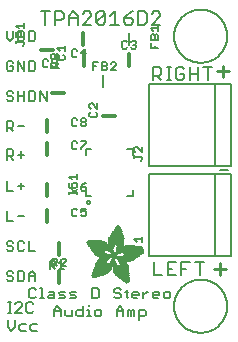
<source format=gbr>
G04 EAGLE Gerber RS-274X export*
G75*
%MOMM*%
%FSLAX34Y34*%
%LPD*%
%INSilkscreen Top*%
%IPPOS*%
%AMOC8*
5,1,8,0,0,1.08239X$1,22.5*%
G01*
%ADD10C,0.203200*%
%ADD11C,0.152400*%
%ADD12C,0.279400*%
%ADD13C,0.304800*%
%ADD14R,0.068600X0.007600*%
%ADD15R,0.114300X0.007600*%
%ADD16R,0.152400X0.007700*%
%ADD17R,0.182900X0.007600*%
%ADD18R,0.205700X0.007600*%
%ADD19R,0.228600X0.007600*%
%ADD20R,0.259100X0.007600*%
%ADD21R,0.274300X0.007700*%
%ADD22R,0.289500X0.007600*%
%ADD23R,0.304800X0.007600*%
%ADD24R,0.320100X0.007600*%
%ADD25R,0.342900X0.007600*%
%ADD26R,0.350500X0.007700*%
%ADD27R,0.365800X0.007600*%
%ADD28R,0.381000X0.007600*%
%ADD29R,0.388600X0.007600*%
%ADD30R,0.403800X0.007600*%
%ADD31R,0.419100X0.007700*%
%ADD32R,0.426700X0.007600*%
%ADD33R,0.441900X0.007600*%
%ADD34R,0.449600X0.007600*%
%ADD35R,0.464800X0.007600*%
%ADD36R,0.480000X0.007700*%
%ADD37R,0.487600X0.007600*%
%ADD38R,0.495300X0.007600*%
%ADD39R,0.510500X0.007600*%
%ADD40R,0.518100X0.007600*%
%ADD41R,0.525700X0.007700*%
%ADD42R,0.541000X0.007600*%
%ADD43R,0.548600X0.007600*%
%ADD44R,0.563800X0.007600*%
%ADD45R,0.571500X0.007600*%
%ADD46R,0.579100X0.007700*%
%ADD47R,0.594300X0.007600*%
%ADD48R,0.601900X0.007600*%
%ADD49R,0.609600X0.007600*%
%ADD50R,0.624800X0.007600*%
%ADD51R,0.632400X0.007700*%
%ADD52R,0.640000X0.007600*%
%ADD53R,0.655300X0.007600*%
%ADD54R,0.662900X0.007600*%
%ADD55R,0.678100X0.007600*%
%ADD56R,0.685800X0.007700*%
%ADD57R,0.693400X0.007600*%
%ADD58R,0.708600X0.007600*%
%ADD59R,0.716200X0.007600*%
%ADD60R,0.723900X0.007600*%
%ADD61R,0.739100X0.007700*%
%ADD62R,0.746700X0.007600*%
%ADD63R,0.754300X0.007600*%
%ADD64R,0.769600X0.007600*%
%ADD65R,0.777200X0.007600*%
%ADD66R,0.792400X0.007700*%
%ADD67R,0.800100X0.007600*%
%ADD68R,0.807700X0.007600*%
%ADD69R,0.822900X0.007600*%
%ADD70R,0.830500X0.007600*%
%ADD71R,0.838200X0.007700*%
%ADD72R,0.091500X0.007600*%
%ADD73R,0.853400X0.007600*%
%ADD74R,0.144700X0.007600*%
%ADD75R,0.861000X0.007600*%
%ADD76R,0.190500X0.007600*%
%ADD77R,0.876300X0.007600*%
%ADD78R,0.221000X0.007600*%
%ADD79R,0.883900X0.007600*%
%ADD80R,0.259000X0.007700*%
%ADD81R,0.891500X0.007700*%
%ADD82R,0.289600X0.007600*%
%ADD83R,0.906700X0.007600*%
%ADD84R,0.914400X0.007600*%
%ADD85R,0.350500X0.007600*%
%ADD86R,0.922000X0.007600*%
%ADD87R,0.937200X0.007600*%
%ADD88R,0.411400X0.007700*%
%ADD89R,0.944800X0.007700*%
%ADD90R,0.434300X0.007600*%
%ADD91R,0.952500X0.007600*%
%ADD92R,0.464900X0.007600*%
%ADD93R,0.967700X0.007600*%
%ADD94R,0.975300X0.007600*%
%ADD95R,0.518200X0.007600*%
%ADD96R,0.990600X0.007600*%
%ADD97R,0.548600X0.007700*%
%ADD98R,0.998200X0.007700*%
%ADD99R,1.005800X0.007600*%
%ADD100R,0.594400X0.007600*%
%ADD101R,1.021000X0.007600*%
%ADD102R,0.617200X0.007600*%
%ADD103R,1.028700X0.007600*%
%ADD104R,0.647700X0.007600*%
%ADD105R,1.036300X0.007600*%
%ADD106R,0.670500X0.007700*%
%ADD107R,1.051500X0.007700*%
%ADD108R,1.059100X0.007600*%
%ADD109R,0.716300X0.007600*%
%ADD110R,1.066800X0.007600*%
%ADD111R,0.739100X0.007600*%
%ADD112R,1.074400X0.007600*%
%ADD113R,0.762000X0.007600*%
%ADD114R,1.089600X0.007600*%
%ADD115R,0.784800X0.007700*%
%ADD116R,1.097200X0.007700*%
%ADD117R,1.104900X0.007600*%
%ADD118R,0.830600X0.007600*%
%ADD119R,1.112500X0.007600*%
%ADD120R,0.845800X0.007600*%
%ADD121R,1.120100X0.007600*%
%ADD122R,0.868700X0.007600*%
%ADD123R,1.127700X0.007600*%
%ADD124R,1.135300X0.007700*%
%ADD125R,1.143000X0.007600*%
%ADD126R,0.944900X0.007600*%
%ADD127R,1.150600X0.007600*%
%ADD128R,0.960100X0.007600*%
%ADD129R,1.158200X0.007600*%
%ADD130R,0.983000X0.007600*%
%ADD131R,1.165800X0.007600*%
%ADD132R,1.005900X0.007700*%
%ADD133R,1.173400X0.007700*%
%ADD134R,1.021100X0.007600*%
%ADD135R,1.181100X0.007600*%
%ADD136R,1.044000X0.007600*%
%ADD137R,1.188700X0.007600*%
%ADD138R,1.196300X0.007600*%
%ADD139R,1.082000X0.007600*%
%ADD140R,1.203900X0.007600*%
%ADD141R,1.104900X0.007700*%
%ADD142R,1.211500X0.007700*%
%ADD143R,1.211500X0.007600*%
%ADD144R,1.219200X0.007600*%
%ADD145R,1.226800X0.007600*%
%ADD146R,1.234400X0.007600*%
%ADD147R,1.188700X0.007700*%
%ADD148R,1.242000X0.007700*%
%ADD149R,1.242000X0.007600*%
%ADD150R,1.211600X0.007600*%
%ADD151R,1.249600X0.007600*%
%ADD152R,1.257300X0.007600*%
%ADD153R,1.264900X0.007600*%
%ADD154R,1.242100X0.007700*%
%ADD155R,1.264900X0.007700*%
%ADD156R,1.272500X0.007600*%
%ADD157R,1.265000X0.007600*%
%ADD158R,1.280100X0.007600*%
%ADD159R,1.272600X0.007600*%
%ADD160R,1.287700X0.007600*%
%ADD161R,1.287800X0.007600*%
%ADD162R,1.295400X0.007700*%
%ADD163R,1.303000X0.007600*%
%ADD164R,1.318200X0.007600*%
%ADD165R,1.310600X0.007600*%
%ADD166R,1.325900X0.007600*%
%ADD167R,1.341100X0.007700*%
%ADD168R,1.318200X0.007700*%
%ADD169R,1.341100X0.007600*%
%ADD170R,1.325800X0.007600*%
%ADD171R,1.348700X0.007600*%
%ADD172R,1.364000X0.007600*%
%ADD173R,1.333500X0.007600*%
%ADD174R,1.371600X0.007700*%
%ADD175R,1.379200X0.007600*%
%ADD176R,1.379300X0.007600*%
%ADD177R,1.386900X0.007600*%
%ADD178R,1.394500X0.007600*%
%ADD179R,1.356300X0.007600*%
%ADD180R,1.394400X0.007700*%
%ADD181R,1.356300X0.007700*%
%ADD182R,1.402000X0.007600*%
%ADD183R,1.409700X0.007600*%
%ADD184R,1.363900X0.007600*%
%ADD185R,1.417300X0.007600*%
%ADD186R,1.371600X0.007600*%
%ADD187R,1.424900X0.007700*%
%ADD188R,1.424900X0.007600*%
%ADD189R,1.432600X0.007600*%
%ADD190R,1.440200X0.007600*%
%ADD191R,1.386800X0.007600*%
%ADD192R,1.447800X0.007700*%
%ADD193R,1.386800X0.007700*%
%ADD194R,1.447800X0.007600*%
%ADD195R,1.455500X0.007600*%
%ADD196R,1.394400X0.007600*%
%ADD197R,1.463100X0.007600*%
%ADD198R,1.455400X0.007700*%
%ADD199R,1.463000X0.007600*%
%ADD200R,1.470600X0.007600*%
%ADD201R,1.470600X0.007700*%
%ADD202R,1.409700X0.007700*%
%ADD203R,1.470700X0.007600*%
%ADD204R,1.402100X0.007600*%
%ADD205R,1.478300X0.007600*%
%ADD206R,1.478300X0.007700*%
%ADD207R,1.402100X0.007700*%
%ADD208R,1.485900X0.007600*%
%ADD209R,1.485900X0.007700*%
%ADD210R,1.493500X0.007700*%
%ADD211R,1.493500X0.007600*%
%ADD212R,1.394500X0.007700*%
%ADD213R,1.493600X0.007700*%
%ADD214R,1.386900X0.007700*%
%ADD215R,1.379200X0.007700*%
%ADD216R,2.857500X0.007700*%
%ADD217R,2.857500X0.007600*%
%ADD218R,2.849900X0.007600*%
%ADD219R,2.842300X0.007600*%
%ADD220R,2.834700X0.007700*%
%ADD221R,2.827000X0.007600*%
%ADD222R,2.819400X0.007600*%
%ADD223R,2.811800X0.007600*%
%ADD224R,2.811800X0.007700*%
%ADD225R,2.804100X0.007600*%
%ADD226R,2.796500X0.007600*%
%ADD227R,1.966000X0.007600*%
%ADD228R,1.943100X0.007600*%
%ADD229R,0.754400X0.007600*%
%ADD230R,1.927900X0.007700*%
%ADD231R,0.746700X0.007700*%
%ADD232R,1.912600X0.007600*%
%ADD233R,0.731500X0.007600*%
%ADD234R,1.905000X0.007600*%
%ADD235R,1.882200X0.007600*%
%ADD236R,1.874600X0.007600*%
%ADD237R,1.866900X0.007700*%
%ADD238R,0.708700X0.007700*%
%ADD239R,1.851600X0.007600*%
%ADD240R,0.701100X0.007600*%
%ADD241R,1.844000X0.007600*%
%ADD242R,1.836400X0.007600*%
%ADD243R,1.821200X0.007600*%
%ADD244R,0.685800X0.007600*%
%ADD245R,1.813500X0.007700*%
%ADD246R,1.805900X0.007600*%
%ADD247R,0.678200X0.007600*%
%ADD248R,1.790700X0.007600*%
%ADD249R,0.670600X0.007600*%
%ADD250R,1.775500X0.007600*%
%ADD251R,1.767900X0.007700*%
%ADD252R,0.663000X0.007700*%
%ADD253R,1.760200X0.007600*%
%ADD254R,1.752600X0.007600*%
%ADD255R,0.937300X0.007600*%
%ADD256R,0.792500X0.007600*%
%ADD257R,0.899100X0.007600*%
%ADD258R,0.883900X0.007700*%
%ADD259R,0.716300X0.007700*%
%ADD260R,0.647700X0.007700*%
%ADD261R,0.640100X0.007600*%
%ADD262R,0.632500X0.007600*%
%ADD263R,0.655400X0.007600*%
%ADD264R,0.632400X0.007600*%
%ADD265R,0.845800X0.007700*%
%ADD266R,0.617200X0.007700*%
%ADD267R,0.624800X0.007700*%
%ADD268R,0.602000X0.007600*%
%ADD269R,0.838200X0.007600*%
%ADD270R,0.586700X0.007600*%
%ADD271R,0.548700X0.007600*%
%ADD272R,0.830500X0.007700*%
%ADD273R,0.541000X0.007700*%
%ADD274R,0.594300X0.007700*%
%ADD275R,0.525800X0.007600*%
%ADD276R,0.586800X0.007600*%
%ADD277R,0.815300X0.007600*%
%ADD278R,0.579200X0.007600*%
%ADD279R,0.815400X0.007600*%
%ADD280R,0.815400X0.007700*%
%ADD281R,0.571500X0.007700*%
%ADD282R,0.807800X0.007600*%
%ADD283R,0.563900X0.007600*%
%ADD284R,0.457200X0.007600*%
%ADD285R,0.442000X0.007600*%
%ADD286R,0.556300X0.007600*%
%ADD287R,0.807700X0.007700*%
%ADD288R,0.411500X0.007600*%
%ADD289R,0.533400X0.007600*%
%ADD290R,0.076200X0.007600*%
%ADD291R,0.403900X0.007600*%
%ADD292R,0.525700X0.007600*%
%ADD293R,0.388700X0.007600*%
%ADD294R,0.297200X0.007600*%
%ADD295R,0.373400X0.007700*%
%ADD296R,0.503000X0.007700*%
%ADD297R,0.426800X0.007700*%
%ADD298R,0.358100X0.007600*%
%ADD299R,0.502900X0.007600*%
%ADD300R,0.472400X0.007600*%
%ADD301R,0.487700X0.007600*%
%ADD302R,0.335300X0.007600*%
%ADD303R,0.792500X0.007700*%
%ADD304R,0.327600X0.007700*%
%ADD305R,0.472400X0.007700*%
%ADD306R,0.640000X0.007700*%
%ADD307R,0.784800X0.007600*%
%ADD308R,0.320000X0.007600*%
%ADD309R,0.792400X0.007600*%
%ADD310R,1.173400X0.007600*%
%ADD311R,1.196400X0.007600*%
%ADD312R,0.784900X0.007600*%
%ADD313R,0.784900X0.007700*%
%ADD314R,0.297200X0.007700*%
%ADD315R,1.249700X0.007600*%
%ADD316R,0.281900X0.007600*%
%ADD317R,1.295400X0.007600*%
%ADD318R,0.266700X0.007600*%
%ADD319R,0.777300X0.007700*%
%ADD320R,0.266700X0.007700*%
%ADD321R,1.333500X0.007700*%
%ADD322R,0.777300X0.007600*%
%ADD323R,1.348800X0.007600*%
%ADD324R,0.251500X0.007600*%
%ADD325R,0.243900X0.007700*%
%ADD326R,0.243900X0.007600*%
%ADD327R,1.440100X0.007600*%
%ADD328R,0.236200X0.007600*%
%ADD329R,0.762000X0.007700*%
%ADD330R,0.236200X0.007700*%
%ADD331R,1.508700X0.007700*%
%ADD332R,1.531600X0.007600*%
%ADD333R,1.546900X0.007600*%
%ADD334R,1.569700X0.007600*%
%ADD335R,1.585000X0.007600*%
%ADD336R,0.746800X0.007700*%
%ADD337R,1.607800X0.007700*%
%ADD338R,0.243800X0.007600*%
%ADD339R,1.630700X0.007600*%
%ADD340R,1.653500X0.007600*%
%ADD341R,0.739200X0.007600*%
%ADD342R,1.684000X0.007600*%
%ADD343R,2.019300X0.007600*%
%ADD344R,0.731500X0.007700*%
%ADD345R,2.026900X0.007700*%
%ADD346R,2.049800X0.007600*%
%ADD347R,2.057400X0.007600*%
%ADD348R,0.708700X0.007600*%
%ADD349R,2.072600X0.007600*%
%ADD350R,0.701000X0.007600*%
%ADD351R,2.095500X0.007600*%
%ADD352R,0.693500X0.007700*%
%ADD353R,2.110800X0.007700*%
%ADD354R,2.141200X0.007600*%
%ADD355R,0.060900X0.007600*%
%ADD356R,2.872700X0.007600*%
%ADD357R,3.124200X0.007600*%
%ADD358R,3.177600X0.007600*%
%ADD359R,3.215600X0.007700*%
%ADD360R,3.253700X0.007600*%
%ADD361R,3.284300X0.007600*%
%ADD362R,3.314700X0.007600*%
%ADD363R,3.352800X0.007600*%
%ADD364R,3.375600X0.007700*%
%ADD365R,3.406200X0.007600*%
%ADD366R,3.429000X0.007600*%
%ADD367R,3.451800X0.007600*%
%ADD368R,3.482400X0.007600*%
%ADD369R,1.828800X0.007700*%
%ADD370R,1.539300X0.007700*%
%ADD371R,1.767900X0.007600*%
%ADD372R,1.767800X0.007600*%
%ADD373R,1.760200X0.007700*%
%ADD374R,1.760300X0.007600*%
%ADD375R,1.775400X0.007700*%
%ADD376R,1.379300X0.007700*%
%ADD377R,1.783000X0.007600*%
%ADD378R,1.813500X0.007600*%
%ADD379R,1.821100X0.007700*%
%ADD380R,0.503000X0.007600*%
%ADD381R,1.135400X0.007600*%
%ADD382R,1.127700X0.007700*%
%ADD383R,0.487700X0.007700*%
%ADD384R,1.120200X0.007600*%
%ADD385R,1.097300X0.007600*%
%ADD386R,0.510600X0.007600*%
%ADD387R,1.074400X0.007700*%
%ADD388R,0.525800X0.007700*%
%ADD389R,1.440200X0.007700*%
%ADD390R,1.059200X0.007600*%
%ADD391R,1.051600X0.007600*%
%ADD392R,1.051500X0.007600*%
%ADD393R,1.043900X0.007700*%
%ADD394R,0.602000X0.007700*%
%ADD395R,1.524000X0.007600*%
%ADD396R,1.539300X0.007600*%
%ADD397R,1.592600X0.007600*%
%ADD398R,1.021100X0.007700*%
%ADD399R,1.615400X0.007700*%
%ADD400R,1.013400X0.007600*%
%ADD401R,1.653600X0.007600*%
%ADD402R,1.013500X0.007600*%
%ADD403R,1.699300X0.007600*%
%ADD404R,2.743200X0.007600*%
%ADD405R,1.005900X0.007600*%
%ADD406R,2.415500X0.007600*%
%ADD407R,1.005800X0.007700*%
%ADD408R,0.281900X0.007700*%
%ADD409R,2.408000X0.007700*%
%ADD410R,2.407900X0.007600*%
%ADD411R,0.998200X0.007600*%
%ADD412R,0.282000X0.007600*%
%ADD413R,0.998300X0.007600*%
%ADD414R,2.400300X0.007600*%
%ADD415R,0.289500X0.007700*%
%ADD416R,2.400300X0.007700*%
%ADD417R,0.297100X0.007600*%
%ADD418R,0.312400X0.007600*%
%ADD419R,2.392700X0.007600*%
%ADD420R,0.990600X0.007700*%
%ADD421R,0.327700X0.007700*%
%ADD422R,2.392700X0.007700*%
%ADD423R,2.385100X0.007600*%
%ADD424R,0.381000X0.007700*%
%ADD425R,2.377400X0.007700*%
%ADD426R,2.377400X0.007600*%
%ADD427R,2.369800X0.007600*%
%ADD428R,0.419100X0.007600*%
%ADD429R,2.362200X0.007600*%
%ADD430R,0.426800X0.007600*%
%ADD431R,1.036300X0.007700*%
%ADD432R,0.442000X0.007700*%
%ADD433R,2.354600X0.007700*%
%ADD434R,2.354600X0.007600*%
%ADD435R,0.480100X0.007600*%
%ADD436R,2.347000X0.007600*%
%ADD437R,1.074500X0.007600*%
%ADD438R,2.339400X0.007600*%
%ADD439R,1.082100X0.007700*%
%ADD440R,0.548700X0.007700*%
%ADD441R,2.331800X0.007700*%
%ADD442R,2.331800X0.007600*%
%ADD443R,0.624900X0.007600*%
%ADD444R,2.324100X0.007600*%
%ADD445R,1.859300X0.007600*%
%ADD446R,2.308800X0.007600*%
%ADD447R,2.301200X0.007700*%
%ADD448R,2.301200X0.007600*%
%ADD449R,2.293600X0.007600*%
%ADD450R,2.278400X0.007600*%
%ADD451R,1.889800X0.007600*%
%ADD452R,2.270700X0.007600*%
%ADD453R,1.897400X0.007700*%
%ADD454R,2.255500X0.007700*%
%ADD455R,1.897400X0.007600*%
%ADD456R,2.247900X0.007600*%
%ADD457R,2.232600X0.007600*%
%ADD458R,1.912700X0.007600*%
%ADD459R,2.209800X0.007600*%
%ADD460R,1.920300X0.007600*%
%ADD461R,2.186900X0.007600*%
%ADD462R,1.920300X0.007700*%
%ADD463R,2.171700X0.007700*%
%ADD464R,1.935500X0.007600*%
%ADD465R,2.148800X0.007600*%
%ADD466R,2.126000X0.007600*%
%ADD467R,1.950700X0.007600*%
%ADD468R,1.958400X0.007700*%
%ADD469R,2.042200X0.007700*%
%ADD470R,1.973600X0.007600*%
%ADD471R,1.996500X0.007600*%
%ADD472R,1.981200X0.007600*%
%ADD473R,1.988800X0.007600*%
%ADD474R,1.996400X0.007700*%
%ADD475R,1.996400X0.007600*%
%ADD476R,2.004100X0.007600*%
%ADD477R,1.874500X0.007600*%
%ADD478R,1.425000X0.007600*%
%ADD479R,2.026900X0.007600*%
%ADD480R,0.434400X0.007700*%
%ADD481R,1.364000X0.007700*%
%ADD482R,2.034500X0.007600*%
%ADD483R,0.434400X0.007600*%
%ADD484R,2.049700X0.007600*%
%ADD485R,2.065000X0.007700*%
%ADD486R,0.464800X0.007700*%
%ADD487R,1.196300X0.007700*%
%ADD488R,2.080300X0.007600*%
%ADD489R,1.158300X0.007600*%
%ADD490R,2.087900X0.007600*%
%ADD491R,0.472500X0.007600*%
%ADD492R,2.103100X0.007600*%
%ADD493R,2.118400X0.007600*%
%ADD494R,2.133600X0.007600*%
%ADD495R,2.148800X0.007700*%
%ADD496R,2.164000X0.007600*%
%ADD497R,2.171700X0.007600*%
%ADD498R,2.187000X0.007600*%
%ADD499R,0.556200X0.007600*%
%ADD500R,2.202200X0.007700*%
%ADD501R,0.556200X0.007700*%
%ADD502R,0.640100X0.007700*%
%ADD503R,0.579100X0.007600*%
%ADD504R,0.480000X0.007600*%
%ADD505R,1.752600X0.007700*%
%ADD506R,0.487600X0.007700*%
%ADD507R,0.594400X0.007700*%
%ADD508R,0.358100X0.007700*%
%ADD509R,0.099000X0.007600*%
%ADD510R,1.280200X0.007600*%
%ADD511R,1.745000X0.007600*%
%ADD512R,1.744900X0.007600*%
%ADD513R,1.737300X0.007700*%
%ADD514R,1.737400X0.007600*%
%ADD515R,1.729800X0.007600*%
%ADD516R,1.722200X0.007600*%
%ADD517R,1.722100X0.007600*%
%ADD518R,1.714500X0.007700*%
%ADD519R,1.356400X0.007700*%
%ADD520R,1.706900X0.007600*%
%ADD521R,1.356400X0.007600*%
%ADD522R,1.691700X0.007600*%
%ADD523R,1.668800X0.007700*%
%ADD524R,1.645900X0.007600*%
%ADD525R,1.623100X0.007600*%
%ADD526R,1.577400X0.007600*%
%ADD527R,1.554400X0.007600*%
%ADD528R,1.539200X0.007600*%
%ADD529R,1.524000X0.007700*%
%ADD530R,1.501100X0.007600*%
%ADD531R,1.455400X0.007600*%
%ADD532R,1.348800X0.007700*%
%ADD533R,1.318300X0.007600*%
%ADD534R,1.310600X0.007700*%
%ADD535R,1.287800X0.007700*%
%ADD536R,1.234500X0.007600*%
%ADD537R,1.226900X0.007600*%
%ADD538R,1.173500X0.007700*%
%ADD539R,1.173500X0.007600*%
%ADD540R,1.165900X0.007600*%
%ADD541R,1.143000X0.007700*%
%ADD542R,1.127800X0.007600*%
%ADD543R,1.097200X0.007600*%
%ADD544R,1.028700X0.007700*%
%ADD545R,0.982900X0.007600*%
%ADD546R,0.952500X0.007700*%
%ADD547R,0.929600X0.007600*%
%ADD548R,0.906800X0.007700*%
%ADD549R,0.906800X0.007600*%
%ADD550R,0.899200X0.007600*%
%ADD551R,0.884000X0.007600*%
%ADD552R,0.876300X0.007700*%
%ADD553R,0.830600X0.007700*%
%ADD554R,0.754400X0.007700*%
%ADD555R,0.746800X0.007600*%
%ADD556R,0.708600X0.007700*%
%ADD557R,0.678200X0.007700*%
%ADD558R,0.663000X0.007600*%
%ADD559R,0.632500X0.007700*%
%ADD560R,0.556300X0.007700*%
%ADD561R,0.518200X0.007700*%
%ADD562R,0.434300X0.007700*%
%ADD563R,0.396300X0.007700*%
%ADD564R,0.373300X0.007600*%
%ADD565R,0.365700X0.007600*%
%ADD566R,0.327700X0.007600*%
%ADD567R,0.304800X0.007700*%
%ADD568R,0.274300X0.007600*%
%ADD569R,0.243800X0.007700*%
%ADD570R,0.205800X0.007600*%
%ADD571R,0.152400X0.007600*%
%ADD572R,0.121900X0.007700*%


D10*
X149876Y216916D02*
X149876Y227593D01*
X155215Y227593D01*
X156994Y225814D01*
X156994Y222255D01*
X155215Y220475D01*
X149876Y220475D01*
X153435Y220475D02*
X156994Y216916D01*
X161570Y216916D02*
X165129Y216916D01*
X163349Y216916D02*
X163349Y227593D01*
X161570Y227593D02*
X165129Y227593D01*
X174705Y227593D02*
X176484Y225814D01*
X174705Y227593D02*
X171145Y227593D01*
X169366Y225814D01*
X169366Y218696D01*
X171145Y216916D01*
X174705Y216916D01*
X176484Y218696D01*
X176484Y222255D01*
X172925Y222255D01*
X181060Y227593D02*
X181060Y216916D01*
X181060Y222255D02*
X188178Y222255D01*
X188178Y227593D02*
X188178Y216916D01*
X196313Y216916D02*
X196313Y227593D01*
X192754Y227593D02*
X199872Y227593D01*
X150876Y62493D02*
X150876Y51816D01*
X157994Y51816D01*
X162570Y62493D02*
X169688Y62493D01*
X162570Y62493D02*
X162570Y51816D01*
X169688Y51816D01*
X166129Y57155D02*
X162570Y57155D01*
X174264Y62493D02*
X174264Y51816D01*
X174264Y62493D02*
X181382Y62493D01*
X177823Y57155D02*
X174264Y57155D01*
X189517Y51816D02*
X189517Y62493D01*
X185958Y62493D02*
X193076Y62493D01*
D11*
X26162Y252563D02*
X26162Y258325D01*
X26162Y252563D02*
X29043Y249682D01*
X31924Y252563D01*
X31924Y258325D01*
X35517Y258325D02*
X35517Y249682D01*
X39839Y249682D01*
X41279Y251123D01*
X41279Y256885D01*
X39839Y258325D01*
X35517Y258325D01*
X44872Y258325D02*
X44872Y249682D01*
X49194Y249682D01*
X50635Y251123D01*
X50635Y256885D01*
X49194Y258325D01*
X44872Y258325D01*
X30484Y232925D02*
X31924Y231485D01*
X30484Y232925D02*
X27603Y232925D01*
X26162Y231485D01*
X26162Y225723D01*
X27603Y224282D01*
X30484Y224282D01*
X31924Y225723D01*
X31924Y228604D01*
X29043Y228604D01*
X35517Y232925D02*
X35517Y224282D01*
X41279Y224282D02*
X35517Y232925D01*
X41279Y232925D02*
X41279Y224282D01*
X44872Y224282D02*
X44872Y232925D01*
X44872Y224282D02*
X49194Y224282D01*
X50635Y225723D01*
X50635Y231485D01*
X49194Y232925D01*
X44872Y232925D01*
X26162Y157995D02*
X26162Y149352D01*
X26162Y157995D02*
X30484Y157995D01*
X31924Y156555D01*
X31924Y153674D01*
X30484Y152233D01*
X26162Y152233D01*
X29043Y152233D02*
X31924Y149352D01*
X35517Y153674D02*
X41279Y153674D01*
X38398Y156555D02*
X38398Y150793D01*
X26162Y173482D02*
X26162Y182125D01*
X30484Y182125D01*
X31924Y180685D01*
X31924Y177804D01*
X30484Y176363D01*
X26162Y176363D01*
X29043Y176363D02*
X31924Y173482D01*
X35517Y177804D02*
X41279Y177804D01*
X26162Y105925D02*
X26162Y97282D01*
X31924Y97282D01*
X35517Y101604D02*
X41279Y101604D01*
X26162Y122682D02*
X26162Y131325D01*
X26162Y122682D02*
X31924Y122682D01*
X35517Y127004D02*
X41279Y127004D01*
X38398Y129885D02*
X38398Y124123D01*
X30484Y80525D02*
X31924Y79085D01*
X30484Y80525D02*
X27603Y80525D01*
X26162Y79085D01*
X26162Y77644D01*
X27603Y76204D01*
X30484Y76204D01*
X31924Y74763D01*
X31924Y73323D01*
X30484Y71882D01*
X27603Y71882D01*
X26162Y73323D01*
X39839Y80525D02*
X41279Y79085D01*
X39839Y80525D02*
X36958Y80525D01*
X35517Y79085D01*
X35517Y73323D01*
X36958Y71882D01*
X39839Y71882D01*
X41279Y73323D01*
X44872Y71882D02*
X44872Y80525D01*
X44872Y71882D02*
X50635Y71882D01*
X31924Y206085D02*
X30484Y207525D01*
X27603Y207525D01*
X26162Y206085D01*
X26162Y204644D01*
X27603Y203204D01*
X30484Y203204D01*
X31924Y201763D01*
X31924Y200323D01*
X30484Y198882D01*
X27603Y198882D01*
X26162Y200323D01*
X35517Y198882D02*
X35517Y207525D01*
X35517Y203204D02*
X41279Y203204D01*
X41279Y207525D02*
X41279Y198882D01*
X44872Y198882D02*
X44872Y207525D01*
X44872Y198882D02*
X49194Y198882D01*
X50635Y200323D01*
X50635Y206085D01*
X49194Y207525D01*
X44872Y207525D01*
X54228Y207525D02*
X54228Y198882D01*
X59990Y198882D02*
X54228Y207525D01*
X59990Y207525D02*
X59990Y198882D01*
X30484Y55125D02*
X31924Y53685D01*
X30484Y55125D02*
X27603Y55125D01*
X26162Y53685D01*
X26162Y52244D01*
X27603Y50804D01*
X30484Y50804D01*
X31924Y49363D01*
X31924Y47923D01*
X30484Y46482D01*
X27603Y46482D01*
X26162Y47923D01*
X35517Y46482D02*
X35517Y55125D01*
X35517Y46482D02*
X39839Y46482D01*
X41279Y47923D01*
X41279Y53685D01*
X39839Y55125D01*
X35517Y55125D01*
X44872Y52244D02*
X44872Y46482D01*
X44872Y52244D02*
X47754Y55125D01*
X50635Y52244D01*
X50635Y46482D01*
X50635Y50804D02*
X44872Y50804D01*
X30313Y19812D02*
X27432Y19812D01*
X28873Y19812D02*
X28873Y28455D01*
X30313Y28455D02*
X27432Y28455D01*
X33669Y19812D02*
X39431Y19812D01*
X33669Y19812D02*
X39431Y25574D01*
X39431Y27015D01*
X37990Y28455D01*
X35109Y28455D01*
X33669Y27015D01*
X47346Y28455D02*
X48786Y27015D01*
X47346Y28455D02*
X44465Y28455D01*
X43024Y27015D01*
X43024Y21253D01*
X44465Y19812D01*
X47346Y19812D01*
X48786Y21253D01*
X27432Y13215D02*
X27432Y7453D01*
X30313Y4572D01*
X33194Y7453D01*
X33194Y13215D01*
X38228Y10334D02*
X42549Y10334D01*
X38228Y10334D02*
X36787Y8894D01*
X36787Y6013D01*
X38228Y4572D01*
X42549Y4572D01*
X47583Y10334D02*
X51905Y10334D01*
X47583Y10334D02*
X46142Y8894D01*
X46142Y6013D01*
X47583Y4572D01*
X51905Y4572D01*
X51031Y39080D02*
X49590Y40520D01*
X46709Y40520D01*
X45269Y39080D01*
X45269Y33318D01*
X46709Y31877D01*
X49590Y31877D01*
X51031Y33318D01*
X54624Y40520D02*
X56064Y40520D01*
X56064Y31877D01*
X54624Y31877D02*
X57505Y31877D01*
X62301Y37639D02*
X65182Y37639D01*
X66623Y36199D01*
X66623Y31877D01*
X62301Y31877D01*
X60861Y33318D01*
X62301Y34758D01*
X66623Y34758D01*
X70216Y31877D02*
X74538Y31877D01*
X75978Y33318D01*
X74538Y34758D01*
X71656Y34758D01*
X70216Y36199D01*
X71656Y37639D01*
X75978Y37639D01*
X79571Y31877D02*
X83893Y31877D01*
X85333Y33318D01*
X83893Y34758D01*
X81012Y34758D01*
X79571Y36199D01*
X81012Y37639D01*
X85333Y37639D01*
X98281Y40520D02*
X98281Y31877D01*
X102603Y31877D01*
X104044Y33318D01*
X104044Y39080D01*
X102603Y40520D01*
X98281Y40520D01*
X121313Y40520D02*
X122754Y39080D01*
X121313Y40520D02*
X118432Y40520D01*
X116992Y39080D01*
X116992Y37639D01*
X118432Y36199D01*
X121313Y36199D01*
X122754Y34758D01*
X122754Y33318D01*
X121313Y31877D01*
X118432Y31877D01*
X116992Y33318D01*
X127788Y33318D02*
X127788Y39080D01*
X127788Y33318D02*
X129228Y31877D01*
X129228Y37639D02*
X126347Y37639D01*
X134024Y31877D02*
X136905Y31877D01*
X134024Y31877D02*
X132584Y33318D01*
X132584Y36199D01*
X134024Y37639D01*
X136905Y37639D01*
X138346Y36199D01*
X138346Y34758D01*
X132584Y34758D01*
X141939Y31877D02*
X141939Y37639D01*
X141939Y34758D02*
X144820Y37639D01*
X146261Y37639D01*
X151175Y31877D02*
X154057Y31877D01*
X151175Y31877D02*
X149735Y33318D01*
X149735Y36199D01*
X151175Y37639D01*
X154057Y37639D01*
X155497Y36199D01*
X155497Y34758D01*
X149735Y34758D01*
X160531Y31877D02*
X163412Y31877D01*
X164852Y33318D01*
X164852Y36199D01*
X163412Y37639D01*
X160531Y37639D01*
X159090Y36199D01*
X159090Y33318D01*
X160531Y31877D01*
X66318Y22399D02*
X66318Y16637D01*
X66318Y22399D02*
X69199Y25280D01*
X72080Y22399D01*
X72080Y16637D01*
X72080Y20959D02*
X66318Y20959D01*
X75673Y22399D02*
X75673Y18078D01*
X77114Y16637D01*
X81435Y16637D01*
X81435Y22399D01*
X90790Y25280D02*
X90790Y16637D01*
X86469Y16637D01*
X85028Y18078D01*
X85028Y20959D01*
X86469Y22399D01*
X90790Y22399D01*
X94383Y22399D02*
X95824Y22399D01*
X95824Y16637D01*
X94383Y16637D02*
X97265Y16637D01*
X95824Y25280D02*
X95824Y26721D01*
X102061Y16637D02*
X104942Y16637D01*
X106382Y18078D01*
X106382Y20959D01*
X104942Y22399D01*
X102061Y22399D01*
X100620Y20959D01*
X100620Y18078D01*
X102061Y16637D01*
X119331Y16637D02*
X119331Y22399D01*
X122212Y25280D01*
X125093Y22399D01*
X125093Y16637D01*
X125093Y20959D02*
X119331Y20959D01*
X128686Y22399D02*
X128686Y16637D01*
X128686Y22399D02*
X130126Y22399D01*
X131567Y20959D01*
X131567Y16637D01*
X131567Y20959D02*
X133007Y22399D01*
X134448Y20959D01*
X134448Y16637D01*
X138041Y13756D02*
X138041Y22399D01*
X142363Y22399D01*
X143803Y20959D01*
X143803Y18078D01*
X142363Y16637D01*
X138041Y16637D01*
D12*
X209234Y219017D02*
X209234Y229016D01*
X214233Y224017D02*
X204234Y224017D01*
X206694Y61476D02*
X206694Y51477D01*
X211693Y56477D02*
X201694Y56477D01*
D10*
X206462Y140945D02*
X213580Y140945D01*
D11*
X59101Y263652D02*
X59101Y274838D01*
X62829Y274838D02*
X55372Y274838D01*
X67066Y274838D02*
X67066Y263652D01*
X67066Y274838D02*
X72659Y274838D01*
X74523Y272973D01*
X74523Y269245D01*
X72659Y267381D01*
X67066Y267381D01*
X78760Y271109D02*
X78760Y263652D01*
X78760Y271109D02*
X82488Y274838D01*
X86217Y271109D01*
X86217Y263652D01*
X86217Y269245D02*
X78760Y269245D01*
X90454Y263652D02*
X97911Y263652D01*
X90454Y263652D02*
X97911Y271109D01*
X97911Y272973D01*
X96047Y274838D01*
X92318Y274838D01*
X90454Y272973D01*
X102148Y272973D02*
X102148Y265516D01*
X102148Y272973D02*
X104012Y274838D01*
X107741Y274838D01*
X109605Y272973D01*
X109605Y265516D01*
X107741Y263652D01*
X104012Y263652D01*
X102148Y265516D01*
X109605Y272973D01*
X113842Y271109D02*
X117570Y274838D01*
X117570Y263652D01*
X113842Y263652D02*
X121299Y263652D01*
X129264Y272973D02*
X132993Y274838D01*
X129264Y272973D02*
X125536Y269245D01*
X125536Y265516D01*
X127400Y263652D01*
X131129Y263652D01*
X132993Y265516D01*
X132993Y267381D01*
X131129Y269245D01*
X125536Y269245D01*
X137230Y274838D02*
X137230Y263652D01*
X142823Y263652D01*
X144687Y265516D01*
X144687Y272973D01*
X142823Y274838D01*
X137230Y274838D01*
X148924Y263652D02*
X156381Y263652D01*
X148924Y263652D02*
X156381Y271109D01*
X156381Y272973D01*
X154517Y274838D01*
X150788Y274838D01*
X148924Y272973D01*
D13*
X70660Y78510D02*
X70660Y68350D01*
D11*
X62649Y63769D02*
X62649Y57159D01*
X62649Y63769D02*
X65954Y63769D01*
X67055Y62667D01*
X67055Y60464D01*
X65954Y59362D01*
X62649Y59362D01*
X64852Y59362D02*
X67055Y57159D01*
X70133Y61565D02*
X72336Y63769D01*
X72336Y57159D01*
X70133Y57159D02*
X74539Y57159D01*
D13*
X70950Y54840D02*
X70950Y44680D01*
D11*
X64837Y59047D02*
X64837Y65657D01*
X68142Y65657D01*
X69243Y64555D01*
X69243Y62352D01*
X68142Y61250D01*
X64837Y61250D01*
X67040Y61250D02*
X69243Y59047D01*
X72321Y59047D02*
X76728Y59047D01*
X76728Y63453D02*
X72321Y59047D01*
X76728Y63453D02*
X76728Y64555D01*
X75626Y65657D01*
X73423Y65657D01*
X72321Y64555D01*
D10*
X129840Y246670D02*
X129840Y256830D01*
D11*
X148103Y243597D02*
X154713Y243597D01*
X148103Y243597D02*
X148103Y248003D01*
X151408Y245800D02*
X151408Y243597D01*
X154713Y251081D02*
X148103Y251081D01*
X148103Y254386D01*
X149205Y255488D01*
X150307Y255488D01*
X151408Y254386D01*
X152510Y255488D01*
X153611Y255488D01*
X154713Y254386D01*
X154713Y251081D01*
X151408Y251081D02*
X151408Y254386D01*
X150307Y258565D02*
X148103Y260769D01*
X154713Y260769D01*
X154713Y262972D02*
X154713Y258565D01*
D10*
X107620Y220950D02*
X107620Y210790D01*
D11*
X99507Y225157D02*
X99507Y231767D01*
X103913Y231767D01*
X101710Y228462D02*
X99507Y228462D01*
X106991Y225157D02*
X106991Y231767D01*
X110296Y231767D01*
X111398Y230665D01*
X111398Y229563D01*
X110296Y228462D01*
X111398Y227360D01*
X111398Y226259D01*
X110296Y225157D01*
X106991Y225157D01*
X106991Y228462D02*
X110296Y228462D01*
X114475Y225157D02*
X118882Y225157D01*
X118882Y229563D02*
X114475Y225157D01*
X118882Y229563D02*
X118882Y230665D01*
X117780Y231767D01*
X115577Y231767D01*
X114475Y230665D01*
D13*
X65620Y242140D02*
X55460Y242140D01*
D11*
X68821Y237114D02*
X69923Y238215D01*
X68821Y237114D02*
X68821Y234910D01*
X69923Y233809D01*
X74329Y233809D01*
X75431Y234910D01*
X75431Y237114D01*
X74329Y238215D01*
X71025Y241293D02*
X68821Y243496D01*
X75431Y243496D01*
X75431Y241293D02*
X75431Y245699D01*
D13*
X108170Y186240D02*
X118330Y186240D01*
D11*
X97455Y189533D02*
X96353Y188432D01*
X96353Y186229D01*
X97455Y185127D01*
X101861Y185127D01*
X102963Y186229D01*
X102963Y188432D01*
X101861Y189533D01*
X102963Y192611D02*
X102963Y197018D01*
X98557Y197018D02*
X102963Y192611D01*
X98557Y197018D02*
X97455Y197018D01*
X96353Y195916D01*
X96353Y193713D01*
X97455Y192611D01*
X40894Y246873D02*
X39792Y245772D01*
X40894Y246873D02*
X40894Y247975D01*
X39792Y249076D01*
X34284Y249076D01*
X34284Y247975D02*
X34284Y250178D01*
X34284Y253256D02*
X40894Y253256D01*
X34284Y253256D02*
X34284Y256561D01*
X35386Y257662D01*
X37589Y257662D01*
X38691Y256561D01*
X38691Y253256D01*
X36488Y260740D02*
X34284Y262943D01*
X40894Y262943D01*
X40894Y260740D02*
X40894Y265146D01*
D13*
X129840Y238730D02*
X129840Y228570D01*
D11*
X128333Y248925D02*
X127232Y250027D01*
X125029Y250027D01*
X123927Y248925D01*
X123927Y244519D01*
X125029Y243417D01*
X127232Y243417D01*
X128333Y244519D01*
X131411Y248925D02*
X132513Y250027D01*
X134716Y250027D01*
X135818Y248925D01*
X135818Y247823D01*
X134716Y246722D01*
X133614Y246722D01*
X134716Y246722D02*
X135818Y245620D01*
X135818Y244519D01*
X134716Y243417D01*
X132513Y243417D01*
X131411Y244519D01*
D13*
X91110Y246670D02*
X91110Y256830D01*
D11*
X84782Y242767D02*
X85883Y241665D01*
X84782Y242767D02*
X82579Y242767D01*
X81477Y241665D01*
X81477Y237259D01*
X82579Y236157D01*
X84782Y236157D01*
X85883Y237259D01*
X92266Y236157D02*
X92266Y242767D01*
X88961Y239462D01*
X93368Y239462D01*
D10*
X146340Y67600D02*
X202340Y67600D01*
X216340Y67600D01*
X216340Y137600D01*
X202340Y137600D01*
X146340Y137600D01*
X146340Y67600D01*
X202340Y67600D02*
X202340Y137600D01*
D11*
X140678Y73464D02*
X139576Y72362D01*
X140678Y73464D02*
X140678Y74565D01*
X139576Y75667D01*
X134068Y75667D01*
X134068Y76768D02*
X134068Y74565D01*
X136272Y79846D02*
X134068Y82049D01*
X140678Y82049D01*
X140678Y79846D02*
X140678Y84253D01*
D10*
X146340Y143800D02*
X202340Y143800D01*
X216340Y143800D01*
X216340Y213800D01*
X202340Y213800D01*
X146340Y213800D01*
X146340Y143800D01*
X202340Y143800D02*
X202340Y213800D01*
D11*
X140678Y149664D02*
X139576Y148562D01*
X140678Y149664D02*
X140678Y150765D01*
X139576Y151867D01*
X134068Y151867D01*
X134068Y152968D02*
X134068Y150765D01*
X140678Y156046D02*
X140678Y160453D01*
X136272Y160453D02*
X140678Y156046D01*
X136272Y160453D02*
X135170Y160453D01*
X134068Y159351D01*
X134068Y157148D01*
X135170Y156046D01*
D10*
X168000Y25400D02*
X168007Y25952D01*
X168027Y26504D01*
X168061Y27055D01*
X168108Y27605D01*
X168169Y28154D01*
X168244Y28701D01*
X168331Y29247D01*
X168432Y29790D01*
X168547Y30330D01*
X168674Y30867D01*
X168815Y31401D01*
X168969Y31931D01*
X169136Y32458D01*
X169315Y32980D01*
X169508Y33498D01*
X169713Y34010D01*
X169930Y34518D01*
X170160Y35020D01*
X170402Y35516D01*
X170657Y36006D01*
X170923Y36490D01*
X171201Y36967D01*
X171491Y37437D01*
X171792Y37900D01*
X172104Y38356D01*
X172428Y38803D01*
X172762Y39243D01*
X173107Y39674D01*
X173463Y40096D01*
X173829Y40510D01*
X174204Y40915D01*
X174590Y41310D01*
X174985Y41696D01*
X175390Y42071D01*
X175804Y42437D01*
X176226Y42793D01*
X176657Y43138D01*
X177097Y43472D01*
X177544Y43796D01*
X178000Y44108D01*
X178463Y44409D01*
X178933Y44699D01*
X179410Y44977D01*
X179894Y45243D01*
X180384Y45498D01*
X180880Y45740D01*
X181382Y45970D01*
X181890Y46187D01*
X182402Y46392D01*
X182920Y46585D01*
X183442Y46764D01*
X183969Y46931D01*
X184499Y47085D01*
X185033Y47226D01*
X185570Y47353D01*
X186110Y47468D01*
X186653Y47569D01*
X187199Y47656D01*
X187746Y47731D01*
X188295Y47792D01*
X188845Y47839D01*
X189396Y47873D01*
X189948Y47893D01*
X190500Y47900D01*
X191052Y47893D01*
X191604Y47873D01*
X192155Y47839D01*
X192705Y47792D01*
X193254Y47731D01*
X193801Y47656D01*
X194347Y47569D01*
X194890Y47468D01*
X195430Y47353D01*
X195967Y47226D01*
X196501Y47085D01*
X197031Y46931D01*
X197558Y46764D01*
X198080Y46585D01*
X198598Y46392D01*
X199110Y46187D01*
X199618Y45970D01*
X200120Y45740D01*
X200616Y45498D01*
X201106Y45243D01*
X201590Y44977D01*
X202067Y44699D01*
X202537Y44409D01*
X203000Y44108D01*
X203456Y43796D01*
X203903Y43472D01*
X204343Y43138D01*
X204774Y42793D01*
X205196Y42437D01*
X205610Y42071D01*
X206015Y41696D01*
X206410Y41310D01*
X206796Y40915D01*
X207171Y40510D01*
X207537Y40096D01*
X207893Y39674D01*
X208238Y39243D01*
X208572Y38803D01*
X208896Y38356D01*
X209208Y37900D01*
X209509Y37437D01*
X209799Y36967D01*
X210077Y36490D01*
X210343Y36006D01*
X210598Y35516D01*
X210840Y35020D01*
X211070Y34518D01*
X211287Y34010D01*
X211492Y33498D01*
X211685Y32980D01*
X211864Y32458D01*
X212031Y31931D01*
X212185Y31401D01*
X212326Y30867D01*
X212453Y30330D01*
X212568Y29790D01*
X212669Y29247D01*
X212756Y28701D01*
X212831Y28154D01*
X212892Y27605D01*
X212939Y27055D01*
X212973Y26504D01*
X212993Y25952D01*
X213000Y25400D01*
X212993Y24848D01*
X212973Y24296D01*
X212939Y23745D01*
X212892Y23195D01*
X212831Y22646D01*
X212756Y22099D01*
X212669Y21553D01*
X212568Y21010D01*
X212453Y20470D01*
X212326Y19933D01*
X212185Y19399D01*
X212031Y18869D01*
X211864Y18342D01*
X211685Y17820D01*
X211492Y17302D01*
X211287Y16790D01*
X211070Y16282D01*
X210840Y15780D01*
X210598Y15284D01*
X210343Y14794D01*
X210077Y14310D01*
X209799Y13833D01*
X209509Y13363D01*
X209208Y12900D01*
X208896Y12444D01*
X208572Y11997D01*
X208238Y11557D01*
X207893Y11126D01*
X207537Y10704D01*
X207171Y10290D01*
X206796Y9885D01*
X206410Y9490D01*
X206015Y9104D01*
X205610Y8729D01*
X205196Y8363D01*
X204774Y8007D01*
X204343Y7662D01*
X203903Y7328D01*
X203456Y7004D01*
X203000Y6692D01*
X202537Y6391D01*
X202067Y6101D01*
X201590Y5823D01*
X201106Y5557D01*
X200616Y5302D01*
X200120Y5060D01*
X199618Y4830D01*
X199110Y4613D01*
X198598Y4408D01*
X198080Y4215D01*
X197558Y4036D01*
X197031Y3869D01*
X196501Y3715D01*
X195967Y3574D01*
X195430Y3447D01*
X194890Y3332D01*
X194347Y3231D01*
X193801Y3144D01*
X193254Y3069D01*
X192705Y3008D01*
X192155Y2961D01*
X191604Y2927D01*
X191052Y2907D01*
X190500Y2900D01*
X189948Y2907D01*
X189396Y2927D01*
X188845Y2961D01*
X188295Y3008D01*
X187746Y3069D01*
X187199Y3144D01*
X186653Y3231D01*
X186110Y3332D01*
X185570Y3447D01*
X185033Y3574D01*
X184499Y3715D01*
X183969Y3869D01*
X183442Y4036D01*
X182920Y4215D01*
X182402Y4408D01*
X181890Y4613D01*
X181382Y4830D01*
X180880Y5060D01*
X180384Y5302D01*
X179894Y5557D01*
X179410Y5823D01*
X178933Y6101D01*
X178463Y6391D01*
X178000Y6692D01*
X177544Y7004D01*
X177097Y7328D01*
X176657Y7662D01*
X176226Y8007D01*
X175804Y8363D01*
X175390Y8729D01*
X174985Y9104D01*
X174590Y9490D01*
X174204Y9885D01*
X173829Y10290D01*
X173463Y10704D01*
X173107Y11126D01*
X172762Y11557D01*
X172428Y11997D01*
X172104Y12444D01*
X171792Y12900D01*
X171491Y13363D01*
X171201Y13833D01*
X170923Y14310D01*
X170657Y14794D01*
X170402Y15284D01*
X170160Y15780D01*
X169930Y16282D01*
X169713Y16790D01*
X169508Y17302D01*
X169315Y17820D01*
X169136Y18342D01*
X168969Y18869D01*
X168815Y19399D01*
X168674Y19933D01*
X168547Y20470D01*
X168432Y21010D01*
X168331Y21553D01*
X168244Y22099D01*
X168169Y22646D01*
X168108Y23195D01*
X168061Y23745D01*
X168027Y24296D01*
X168007Y24848D01*
X168000Y25400D01*
X168000Y254000D02*
X168007Y254552D01*
X168027Y255104D01*
X168061Y255655D01*
X168108Y256205D01*
X168169Y256754D01*
X168244Y257301D01*
X168331Y257847D01*
X168432Y258390D01*
X168547Y258930D01*
X168674Y259467D01*
X168815Y260001D01*
X168969Y260531D01*
X169136Y261058D01*
X169315Y261580D01*
X169508Y262098D01*
X169713Y262610D01*
X169930Y263118D01*
X170160Y263620D01*
X170402Y264116D01*
X170657Y264606D01*
X170923Y265090D01*
X171201Y265567D01*
X171491Y266037D01*
X171792Y266500D01*
X172104Y266956D01*
X172428Y267403D01*
X172762Y267843D01*
X173107Y268274D01*
X173463Y268696D01*
X173829Y269110D01*
X174204Y269515D01*
X174590Y269910D01*
X174985Y270296D01*
X175390Y270671D01*
X175804Y271037D01*
X176226Y271393D01*
X176657Y271738D01*
X177097Y272072D01*
X177544Y272396D01*
X178000Y272708D01*
X178463Y273009D01*
X178933Y273299D01*
X179410Y273577D01*
X179894Y273843D01*
X180384Y274098D01*
X180880Y274340D01*
X181382Y274570D01*
X181890Y274787D01*
X182402Y274992D01*
X182920Y275185D01*
X183442Y275364D01*
X183969Y275531D01*
X184499Y275685D01*
X185033Y275826D01*
X185570Y275953D01*
X186110Y276068D01*
X186653Y276169D01*
X187199Y276256D01*
X187746Y276331D01*
X188295Y276392D01*
X188845Y276439D01*
X189396Y276473D01*
X189948Y276493D01*
X190500Y276500D01*
X191052Y276493D01*
X191604Y276473D01*
X192155Y276439D01*
X192705Y276392D01*
X193254Y276331D01*
X193801Y276256D01*
X194347Y276169D01*
X194890Y276068D01*
X195430Y275953D01*
X195967Y275826D01*
X196501Y275685D01*
X197031Y275531D01*
X197558Y275364D01*
X198080Y275185D01*
X198598Y274992D01*
X199110Y274787D01*
X199618Y274570D01*
X200120Y274340D01*
X200616Y274098D01*
X201106Y273843D01*
X201590Y273577D01*
X202067Y273299D01*
X202537Y273009D01*
X203000Y272708D01*
X203456Y272396D01*
X203903Y272072D01*
X204343Y271738D01*
X204774Y271393D01*
X205196Y271037D01*
X205610Y270671D01*
X206015Y270296D01*
X206410Y269910D01*
X206796Y269515D01*
X207171Y269110D01*
X207537Y268696D01*
X207893Y268274D01*
X208238Y267843D01*
X208572Y267403D01*
X208896Y266956D01*
X209208Y266500D01*
X209509Y266037D01*
X209799Y265567D01*
X210077Y265090D01*
X210343Y264606D01*
X210598Y264116D01*
X210840Y263620D01*
X211070Y263118D01*
X211287Y262610D01*
X211492Y262098D01*
X211685Y261580D01*
X211864Y261058D01*
X212031Y260531D01*
X212185Y260001D01*
X212326Y259467D01*
X212453Y258930D01*
X212568Y258390D01*
X212669Y257847D01*
X212756Y257301D01*
X212831Y256754D01*
X212892Y256205D01*
X212939Y255655D01*
X212973Y255104D01*
X212993Y254552D01*
X213000Y254000D01*
X212993Y253448D01*
X212973Y252896D01*
X212939Y252345D01*
X212892Y251795D01*
X212831Y251246D01*
X212756Y250699D01*
X212669Y250153D01*
X212568Y249610D01*
X212453Y249070D01*
X212326Y248533D01*
X212185Y247999D01*
X212031Y247469D01*
X211864Y246942D01*
X211685Y246420D01*
X211492Y245902D01*
X211287Y245390D01*
X211070Y244882D01*
X210840Y244380D01*
X210598Y243884D01*
X210343Y243394D01*
X210077Y242910D01*
X209799Y242433D01*
X209509Y241963D01*
X209208Y241500D01*
X208896Y241044D01*
X208572Y240597D01*
X208238Y240157D01*
X207893Y239726D01*
X207537Y239304D01*
X207171Y238890D01*
X206796Y238485D01*
X206410Y238090D01*
X206015Y237704D01*
X205610Y237329D01*
X205196Y236963D01*
X204774Y236607D01*
X204343Y236262D01*
X203903Y235928D01*
X203456Y235604D01*
X203000Y235292D01*
X202537Y234991D01*
X202067Y234701D01*
X201590Y234423D01*
X201106Y234157D01*
X200616Y233902D01*
X200120Y233660D01*
X199618Y233430D01*
X199110Y233213D01*
X198598Y233008D01*
X198080Y232815D01*
X197558Y232636D01*
X197031Y232469D01*
X196501Y232315D01*
X195967Y232174D01*
X195430Y232047D01*
X194890Y231932D01*
X194347Y231831D01*
X193801Y231744D01*
X193254Y231669D01*
X192705Y231608D01*
X192155Y231561D01*
X191604Y231527D01*
X191052Y231507D01*
X190500Y231500D01*
X189948Y231507D01*
X189396Y231527D01*
X188845Y231561D01*
X188295Y231608D01*
X187746Y231669D01*
X187199Y231744D01*
X186653Y231831D01*
X186110Y231932D01*
X185570Y232047D01*
X185033Y232174D01*
X184499Y232315D01*
X183969Y232469D01*
X183442Y232636D01*
X182920Y232815D01*
X182402Y233008D01*
X181890Y233213D01*
X181382Y233430D01*
X180880Y233660D01*
X180384Y233902D01*
X179894Y234157D01*
X179410Y234423D01*
X178933Y234701D01*
X178463Y234991D01*
X178000Y235292D01*
X177544Y235604D01*
X177097Y235928D01*
X176657Y236262D01*
X176226Y236607D01*
X175804Y236963D01*
X175390Y237329D01*
X174985Y237704D01*
X174590Y238090D01*
X174204Y238485D01*
X173829Y238890D01*
X173463Y239304D01*
X173107Y239726D01*
X172762Y240157D01*
X172428Y240597D01*
X172104Y241044D01*
X171792Y241500D01*
X171491Y241963D01*
X171201Y242433D01*
X170923Y242910D01*
X170657Y243394D01*
X170402Y243884D01*
X170160Y244380D01*
X169930Y244882D01*
X169713Y245390D01*
X169508Y245902D01*
X169315Y246420D01*
X169136Y246942D01*
X168969Y247469D01*
X168815Y247999D01*
X168674Y248533D01*
X168547Y249070D01*
X168432Y249610D01*
X168331Y250153D01*
X168244Y250699D01*
X168169Y251246D01*
X168108Y251795D01*
X168061Y252345D01*
X168027Y252896D01*
X168007Y253448D01*
X168000Y254000D01*
D13*
X60270Y106950D02*
X60270Y96790D01*
D11*
X84657Y107972D02*
X85758Y106870D01*
X84657Y107972D02*
X82454Y107972D01*
X81352Y106870D01*
X81352Y102464D01*
X82454Y101362D01*
X84657Y101362D01*
X85758Y102464D01*
X88836Y107972D02*
X93243Y107972D01*
X88836Y107972D02*
X88836Y104667D01*
X91039Y105768D01*
X92141Y105768D01*
X93243Y104667D01*
X93243Y102464D01*
X92141Y101362D01*
X89938Y101362D01*
X88836Y102464D01*
D13*
X60270Y118510D02*
X60270Y128670D01*
D11*
X84657Y129692D02*
X85758Y128590D01*
X84657Y129692D02*
X82454Y129692D01*
X81352Y128590D01*
X81352Y124184D01*
X82454Y123082D01*
X84657Y123082D01*
X85758Y124184D01*
X91039Y128590D02*
X93243Y129692D01*
X91039Y128590D02*
X88836Y126387D01*
X88836Y124184D01*
X89938Y123082D01*
X92141Y123082D01*
X93243Y124184D01*
X93243Y125285D01*
X92141Y126387D01*
X88836Y126387D01*
D13*
X60270Y153600D02*
X60270Y163760D01*
D11*
X84657Y164782D02*
X85758Y163680D01*
X84657Y164782D02*
X82454Y164782D01*
X81352Y163680D01*
X81352Y159274D01*
X82454Y158172D01*
X84657Y158172D01*
X85758Y159274D01*
X88836Y164782D02*
X93243Y164782D01*
X93243Y163680D01*
X88836Y159274D01*
X88836Y158172D01*
D13*
X60270Y173050D02*
X60270Y183210D01*
D11*
X84657Y184232D02*
X85758Y183130D01*
X84657Y184232D02*
X82454Y184232D01*
X81352Y183130D01*
X81352Y178724D01*
X82454Y177622D01*
X84657Y177622D01*
X85758Y178724D01*
X88836Y183130D02*
X89938Y184232D01*
X92141Y184232D01*
X93243Y183130D01*
X93243Y182028D01*
X92141Y180927D01*
X93243Y179825D01*
X93243Y178724D01*
X92141Y177622D01*
X89938Y177622D01*
X88836Y178724D01*
X88836Y179825D01*
X89938Y180927D01*
X88836Y182028D01*
X88836Y183130D01*
X89938Y180927D02*
X92141Y180927D01*
D10*
X93030Y123430D02*
X93030Y118430D01*
X98030Y118430D01*
X93030Y153430D02*
X93030Y158430D01*
X98030Y158430D01*
X133030Y123430D02*
X133030Y118430D01*
X128030Y118430D01*
X133030Y153430D02*
X133030Y158430D01*
X128030Y158430D01*
X94280Y113430D02*
X94282Y113500D01*
X94288Y113570D01*
X94298Y113639D01*
X94311Y113708D01*
X94329Y113776D01*
X94350Y113843D01*
X94375Y113908D01*
X94404Y113972D01*
X94436Y114035D01*
X94472Y114095D01*
X94511Y114153D01*
X94553Y114209D01*
X94598Y114263D01*
X94646Y114314D01*
X94697Y114362D01*
X94751Y114407D01*
X94807Y114449D01*
X94865Y114488D01*
X94925Y114524D01*
X94988Y114556D01*
X95052Y114585D01*
X95117Y114610D01*
X95184Y114631D01*
X95252Y114649D01*
X95321Y114662D01*
X95390Y114672D01*
X95460Y114678D01*
X95530Y114680D01*
X95600Y114678D01*
X95670Y114672D01*
X95739Y114662D01*
X95808Y114649D01*
X95876Y114631D01*
X95943Y114610D01*
X96008Y114585D01*
X96072Y114556D01*
X96135Y114524D01*
X96195Y114488D01*
X96253Y114449D01*
X96309Y114407D01*
X96363Y114362D01*
X96414Y114314D01*
X96462Y114263D01*
X96507Y114209D01*
X96549Y114153D01*
X96588Y114095D01*
X96624Y114035D01*
X96656Y113972D01*
X96685Y113908D01*
X96710Y113843D01*
X96731Y113776D01*
X96749Y113708D01*
X96762Y113639D01*
X96772Y113570D01*
X96778Y113500D01*
X96780Y113430D01*
X96778Y113360D01*
X96772Y113290D01*
X96762Y113221D01*
X96749Y113152D01*
X96731Y113084D01*
X96710Y113017D01*
X96685Y112952D01*
X96656Y112888D01*
X96624Y112825D01*
X96588Y112765D01*
X96549Y112707D01*
X96507Y112651D01*
X96462Y112597D01*
X96414Y112546D01*
X96363Y112498D01*
X96309Y112453D01*
X96253Y112411D01*
X96195Y112372D01*
X96135Y112336D01*
X96072Y112304D01*
X96008Y112275D01*
X95943Y112250D01*
X95876Y112229D01*
X95808Y112211D01*
X95739Y112198D01*
X95670Y112188D01*
X95600Y112182D01*
X95530Y112180D01*
X95460Y112182D01*
X95390Y112188D01*
X95321Y112198D01*
X95252Y112211D01*
X95184Y112229D01*
X95117Y112250D01*
X95052Y112275D01*
X94988Y112304D01*
X94925Y112336D01*
X94865Y112372D01*
X94807Y112411D01*
X94751Y112453D01*
X94697Y112498D01*
X94646Y112546D01*
X94598Y112597D01*
X94553Y112651D01*
X94511Y112707D01*
X94472Y112765D01*
X94436Y112825D01*
X94404Y112888D01*
X94375Y112952D01*
X94350Y113017D01*
X94329Y113084D01*
X94311Y113152D01*
X94298Y113221D01*
X94288Y113290D01*
X94282Y113360D01*
X94280Y113430D01*
D11*
X85598Y120142D02*
X85598Y122345D01*
X85598Y121244D02*
X78988Y121244D01*
X78988Y122345D02*
X78988Y120142D01*
X78988Y128436D02*
X80090Y129538D01*
X78988Y128436D02*
X78988Y126233D01*
X80090Y125131D01*
X84496Y125131D01*
X85598Y126233D01*
X85598Y128436D01*
X84496Y129538D01*
X81192Y132616D02*
X78988Y134819D01*
X85598Y134819D01*
X85598Y132616D02*
X85598Y137022D01*
D13*
X91440Y228600D02*
X91440Y238760D01*
D11*
X61320Y233092D02*
X60219Y234194D01*
X58015Y234194D01*
X56914Y233092D01*
X56914Y228686D01*
X58015Y227584D01*
X60219Y227584D01*
X61320Y228686D01*
X64398Y228686D02*
X65499Y227584D01*
X67703Y227584D01*
X68804Y228686D01*
X68804Y233092D01*
X67703Y234194D01*
X65499Y234194D01*
X64398Y233092D01*
X64398Y231990D01*
X65499Y230889D01*
X68804Y230889D01*
D13*
X64770Y205740D02*
X74930Y205740D01*
D11*
X70358Y226822D02*
X63748Y226822D01*
X63748Y230127D01*
X64850Y231228D01*
X67053Y231228D01*
X68155Y230127D01*
X68155Y226822D01*
X68155Y229025D02*
X70358Y231228D01*
X64850Y234306D02*
X63748Y235408D01*
X63748Y237611D01*
X64850Y238713D01*
X65952Y238713D01*
X67053Y237611D01*
X67053Y236509D01*
X67053Y237611D02*
X68155Y238713D01*
X69256Y238713D01*
X70358Y237611D01*
X70358Y235408D01*
X69256Y234306D01*
D14*
X128118Y44450D03*
D15*
X128118Y44526D03*
D16*
X128080Y44603D03*
D17*
X128080Y44679D03*
D18*
X128118Y44755D03*
D19*
X128080Y44831D03*
D20*
X128080Y44907D03*
D21*
X128080Y44984D03*
D22*
X128080Y45060D03*
D23*
X128003Y45136D03*
D24*
X128004Y45212D03*
D25*
X127966Y45288D03*
D26*
X127928Y45365D03*
D27*
X127927Y45441D03*
D28*
X127851Y45517D03*
D29*
X127813Y45593D03*
D30*
X127813Y45669D03*
D31*
X127737Y45746D03*
D32*
X127699Y45822D03*
D33*
X127623Y45898D03*
D34*
X127584Y45974D03*
D35*
X127584Y46050D03*
D36*
X127508Y46127D03*
D37*
X127470Y46203D03*
D38*
X127432Y46279D03*
D39*
X127356Y46355D03*
D40*
X127318Y46431D03*
D41*
X127280Y46508D03*
D42*
X127203Y46584D03*
D43*
X127165Y46660D03*
D44*
X127089Y46736D03*
D45*
X127051Y46812D03*
D46*
X127013Y46889D03*
D47*
X126937Y46965D03*
D48*
X126899Y47041D03*
D49*
X126860Y47117D03*
D50*
X126784Y47193D03*
D51*
X126746Y47270D03*
D52*
X126708Y47346D03*
D53*
X126632Y47422D03*
D54*
X126594Y47498D03*
D55*
X126518Y47574D03*
D56*
X126479Y47651D03*
D57*
X126441Y47727D03*
D58*
X126365Y47803D03*
D59*
X126327Y47879D03*
D60*
X126289Y47955D03*
D61*
X126213Y48032D03*
D62*
X126175Y48108D03*
D63*
X126137Y48184D03*
D64*
X126060Y48260D03*
D65*
X126022Y48336D03*
D66*
X125946Y48413D03*
D67*
X125908Y48489D03*
D68*
X125870Y48565D03*
D69*
X125794Y48641D03*
D70*
X125756Y48717D03*
D71*
X125717Y48794D03*
D72*
X100191Y48870D03*
D73*
X125641Y48870D03*
D74*
X100229Y48946D03*
D75*
X125603Y48946D03*
D76*
X100305Y49022D03*
D77*
X125527Y49022D03*
D78*
X100381Y49098D03*
D79*
X125489Y49098D03*
D80*
X100419Y49175D03*
D81*
X125451Y49175D03*
D82*
X100495Y49251D03*
D83*
X125375Y49251D03*
D24*
X100572Y49327D03*
D84*
X125336Y49327D03*
D85*
X100648Y49403D03*
D86*
X125298Y49403D03*
D28*
X100724Y49479D03*
D87*
X125222Y49479D03*
D88*
X100800Y49556D03*
D89*
X125184Y49556D03*
D90*
X100915Y49632D03*
D91*
X125146Y49632D03*
D92*
X100991Y49708D03*
D93*
X125070Y49708D03*
D38*
X101067Y49784D03*
D94*
X125032Y49784D03*
D95*
X101181Y49860D03*
D96*
X124955Y49860D03*
D97*
X101257Y49937D03*
D98*
X124917Y49937D03*
D45*
X101372Y50013D03*
D99*
X124879Y50013D03*
D100*
X101486Y50089D03*
D101*
X124803Y50089D03*
D102*
X101600Y50165D03*
D103*
X124765Y50165D03*
D104*
X101677Y50241D03*
D105*
X124727Y50241D03*
D106*
X101791Y50318D03*
D107*
X124651Y50318D03*
D57*
X101905Y50394D03*
D108*
X124613Y50394D03*
D109*
X102020Y50470D03*
D110*
X124574Y50470D03*
D111*
X102134Y50546D03*
D112*
X124536Y50546D03*
D113*
X102248Y50622D03*
D114*
X124460Y50622D03*
D115*
X102362Y50699D03*
D116*
X124422Y50699D03*
D68*
X102477Y50775D03*
D117*
X124384Y50775D03*
D118*
X102591Y50851D03*
D119*
X124346Y50851D03*
D120*
X102743Y50927D03*
D121*
X124308Y50927D03*
D122*
X102858Y51003D03*
D123*
X124270Y51003D03*
D81*
X102972Y51080D03*
D124*
X124232Y51080D03*
D86*
X103124Y51156D03*
D125*
X124193Y51156D03*
D126*
X103239Y51232D03*
D127*
X124155Y51232D03*
D128*
X103391Y51308D03*
D129*
X124117Y51308D03*
D130*
X103505Y51384D03*
D131*
X124079Y51384D03*
D132*
X103620Y51461D03*
D133*
X124041Y51461D03*
D134*
X103772Y51537D03*
D135*
X124003Y51537D03*
D136*
X103886Y51613D03*
D137*
X123965Y51613D03*
D110*
X104000Y51689D03*
D138*
X123927Y51689D03*
D139*
X104153Y51765D03*
D140*
X123889Y51765D03*
D141*
X104268Y51842D03*
D142*
X123851Y51842D03*
D121*
X104344Y51918D03*
D143*
X123851Y51918D03*
D125*
X104458Y51994D03*
D144*
X123812Y51994D03*
D127*
X104572Y52070D03*
D145*
X123774Y52070D03*
D131*
X104648Y52146D03*
D146*
X123736Y52146D03*
D147*
X104763Y52223D03*
D148*
X123698Y52223D03*
D138*
X104877Y52299D03*
D149*
X123698Y52299D03*
D150*
X104953Y52375D03*
D151*
X123660Y52375D03*
D145*
X105029Y52451D03*
D152*
X123622Y52451D03*
D145*
X105105Y52527D03*
D153*
X123584Y52527D03*
D154*
X105182Y52604D03*
D155*
X123584Y52604D03*
D152*
X105258Y52680D03*
D156*
X123546Y52680D03*
D157*
X105372Y52756D03*
D158*
X123508Y52756D03*
D159*
X105410Y52832D03*
D160*
X123470Y52832D03*
D161*
X105486Y52908D03*
D160*
X123470Y52908D03*
D162*
X105601Y52985D03*
X123431Y52985D03*
D163*
X105639Y53061D03*
X123393Y53061D03*
D164*
X105715Y53137D03*
D163*
X123393Y53137D03*
D164*
X105791Y53213D03*
D165*
X123355Y53213D03*
D166*
X105830Y53289D03*
D165*
X123355Y53289D03*
D167*
X105906Y53366D03*
D168*
X123317Y53366D03*
D169*
X105982Y53442D03*
D170*
X123279Y53442D03*
D171*
X106020Y53518D03*
D170*
X123279Y53518D03*
D172*
X106096Y53594D03*
D173*
X123241Y53594D03*
D172*
X106172Y53670D03*
D173*
X123241Y53670D03*
D174*
X106210Y53747D03*
D167*
X123203Y53747D03*
D175*
X106248Y53823D03*
D169*
X123203Y53823D03*
D176*
X106325Y53899D03*
D171*
X123165Y53899D03*
D177*
X106363Y53975D03*
D171*
X123165Y53975D03*
D178*
X106401Y54051D03*
D179*
X123127Y54051D03*
D180*
X106477Y54128D03*
D181*
X123127Y54128D03*
D182*
X106515Y54204D03*
D179*
X123127Y54204D03*
D183*
X106554Y54280D03*
D184*
X123089Y54280D03*
D183*
X106630Y54356D03*
D184*
X123089Y54356D03*
D185*
X106668Y54432D03*
D186*
X123050Y54432D03*
D187*
X106706Y54509D03*
D174*
X123050Y54509D03*
D188*
X106782Y54585D03*
D186*
X123050Y54585D03*
D189*
X106820Y54661D03*
D175*
X123012Y54661D03*
D190*
X106858Y54737D03*
D175*
X123012Y54737D03*
D190*
X106934Y54813D03*
D191*
X122974Y54813D03*
D192*
X106972Y54890D03*
D193*
X122974Y54890D03*
D194*
X106972Y54966D03*
D191*
X122974Y54966D03*
D194*
X107048Y55042D03*
D191*
X122974Y55042D03*
D195*
X107087Y55118D03*
D196*
X122936Y55118D03*
D197*
X107125Y55194D03*
D196*
X122936Y55194D03*
D198*
X107163Y55271D03*
D180*
X122936Y55271D03*
D199*
X107201Y55347D03*
D182*
X122898Y55347D03*
D200*
X107239Y55423D03*
D182*
X122898Y55423D03*
D199*
X107277Y55499D03*
D182*
X122898Y55499D03*
D200*
X107315Y55575D03*
D182*
X122898Y55575D03*
D201*
X107315Y55652D03*
D202*
X122860Y55652D03*
D203*
X107392Y55728D03*
D204*
X122822Y55728D03*
D205*
X107430Y55804D03*
D204*
X122822Y55804D03*
D205*
X107430Y55880D03*
D204*
X122822Y55880D03*
D205*
X107506Y55956D03*
D204*
X122822Y55956D03*
D206*
X107506Y56033D03*
D207*
X122822Y56033D03*
D208*
X107544Y56109D03*
D183*
X122784Y56109D03*
D205*
X107582Y56185D03*
D183*
X122784Y56185D03*
D208*
X107620Y56261D03*
D183*
X122784Y56261D03*
D208*
X107620Y56337D03*
D183*
X122784Y56337D03*
D209*
X107697Y56414D03*
D202*
X122784Y56414D03*
D208*
X107697Y56490D03*
D183*
X122784Y56490D03*
D208*
X107697Y56566D03*
D183*
X122784Y56566D03*
D208*
X107773Y56642D03*
D204*
X122746Y56642D03*
D208*
X107773Y56718D03*
D204*
X122746Y56718D03*
D210*
X107811Y56795D03*
D207*
X122746Y56795D03*
D208*
X107849Y56871D03*
D204*
X122746Y56871D03*
D208*
X107849Y56947D03*
D204*
X122746Y56947D03*
D211*
X107887Y57023D03*
D204*
X122746Y57023D03*
D208*
X107925Y57099D03*
D204*
X122746Y57099D03*
D209*
X107925Y57176D03*
D212*
X122708Y57176D03*
D211*
X107963Y57252D03*
D178*
X122708Y57252D03*
D208*
X108001Y57328D03*
D178*
X122708Y57328D03*
D208*
X108001Y57404D03*
D178*
X122708Y57404D03*
D208*
X108001Y57480D03*
D178*
X122708Y57480D03*
D213*
X108039Y57557D03*
D214*
X122670Y57557D03*
D208*
X108078Y57633D03*
D177*
X122670Y57633D03*
D208*
X108078Y57709D03*
D177*
X122670Y57709D03*
D211*
X108116Y57785D03*
D177*
X122670Y57785D03*
D208*
X108154Y57861D03*
D175*
X122631Y57861D03*
D209*
X108154Y57938D03*
D215*
X122631Y57938D03*
D211*
X108192Y58014D03*
D175*
X122631Y58014D03*
D208*
X108230Y58090D03*
D175*
X122631Y58090D03*
D208*
X108230Y58166D03*
D186*
X122593Y58166D03*
D208*
X108230Y58242D03*
D186*
X122593Y58242D03*
D216*
X115164Y58319D03*
D217*
X115164Y58395D03*
D218*
X115126Y58471D03*
D219*
X115164Y58547D03*
X115164Y58623D03*
D220*
X115126Y58700D03*
D221*
X115164Y58776D03*
X115164Y58852D03*
D222*
X115126Y58928D03*
D223*
X115164Y59004D03*
D224*
X115164Y59081D03*
D225*
X115126Y59157D03*
D226*
X115164Y59233D03*
D227*
X111011Y59309D03*
D64*
X125222Y59309D03*
D228*
X110897Y59385D03*
D229*
X125298Y59385D03*
D230*
X110897Y59462D03*
D231*
X125337Y59462D03*
D232*
X110820Y59538D03*
D233*
X125337Y59538D03*
D234*
X110782Y59614D03*
D233*
X125337Y59614D03*
D235*
X110744Y59690D03*
D109*
X125337Y59690D03*
D236*
X110706Y59766D03*
D109*
X125337Y59766D03*
D237*
X110668Y59843D03*
D238*
X125299Y59843D03*
D239*
X110668Y59919D03*
D240*
X125337Y59919D03*
D241*
X110630Y59995D03*
D57*
X125298Y59995D03*
D242*
X110592Y60071D03*
D57*
X125298Y60071D03*
D243*
X110592Y60147D03*
D244*
X125260Y60147D03*
D245*
X110554Y60224D03*
D56*
X125260Y60224D03*
D246*
X110516Y60300D03*
D247*
X125222Y60300D03*
D248*
X110516Y60376D03*
D247*
X125222Y60376D03*
D248*
X110516Y60452D03*
D249*
X125184Y60452D03*
D250*
X110516Y60528D03*
D249*
X125184Y60528D03*
D251*
X110478Y60605D03*
D252*
X125146Y60605D03*
D253*
X110439Y60681D03*
D53*
X125108Y60681D03*
D254*
X110477Y60757D03*
D53*
X125108Y60757D03*
D255*
X106401Y60833D03*
D256*
X115202Y60833D03*
D104*
X125070Y60833D03*
D257*
X106287Y60909D03*
D111*
X115393Y60909D03*
D104*
X124994Y60909D03*
D258*
X106211Y60986D03*
D259*
X115507Y60986D03*
D260*
X124994Y60986D03*
D122*
X106211Y61062D03*
D57*
X115545Y61062D03*
D261*
X124956Y61062D03*
D122*
X106211Y61138D03*
D249*
X115583Y61138D03*
D262*
X124918Y61138D03*
D73*
X106210Y61214D03*
D263*
X115659Y61214D03*
D50*
X124879Y61214D03*
D73*
X106210Y61290D03*
D264*
X115697Y61290D03*
D50*
X124879Y61290D03*
D265*
X106248Y61367D03*
D266*
X115773Y61367D03*
D267*
X124803Y61367D03*
D120*
X106248Y61443D03*
D268*
X115773Y61443D03*
D102*
X124765Y61443D03*
D269*
X106286Y61519D03*
D270*
X115850Y61519D03*
D49*
X124727Y61519D03*
D269*
X106286Y61595D03*
D45*
X115850Y61595D03*
D268*
X124689Y61595D03*
D70*
X106325Y61671D03*
D271*
X115888Y61671D03*
D48*
X124613Y61671D03*
D272*
X106325Y61748D03*
D273*
X115926Y61748D03*
D274*
X124575Y61748D03*
D69*
X106363Y61824D03*
D275*
X115926Y61824D03*
D270*
X124537Y61824D03*
D69*
X106363Y61900D03*
D95*
X115964Y61900D03*
D276*
X124460Y61900D03*
D277*
X106401Y61976D03*
D38*
X116002Y61976D03*
D278*
X124422Y61976D03*
D279*
X106477Y62052D03*
D37*
X116040Y62052D03*
D45*
X124384Y62052D03*
D280*
X106477Y62129D03*
D36*
X116078Y62129D03*
D281*
X124308Y62129D03*
D282*
X106515Y62205D03*
D35*
X116078Y62205D03*
D283*
X124270Y62205D03*
D279*
X106553Y62281D03*
D284*
X116116Y62281D03*
D283*
X124194Y62281D03*
D68*
X106592Y62357D03*
D285*
X116116Y62357D03*
D286*
X124156Y62357D03*
D67*
X106630Y62433D03*
D90*
X116155Y62433D03*
D42*
X124079Y62433D03*
D287*
X106668Y62510D03*
D31*
X116155Y62510D03*
D273*
X124003Y62510D03*
D67*
X106706Y62586D03*
D288*
X116193Y62586D03*
D289*
X123965Y62586D03*
D290*
X128918Y62586D03*
D67*
X106782Y62662D03*
D291*
X116231Y62662D03*
D292*
X123851Y62662D03*
D78*
X128956Y62662D03*
D67*
X106782Y62738D03*
D293*
X116231Y62738D03*
D40*
X123813Y62738D03*
D294*
X128956Y62738D03*
D67*
X106858Y62814D03*
D28*
X116269Y62814D03*
D95*
X123736Y62814D03*
D27*
X128994Y62814D03*
D66*
X106896Y62891D03*
D295*
X116307Y62891D03*
D296*
X123660Y62891D03*
D297*
X128994Y62891D03*
D256*
X106973Y62967D03*
D298*
X116307Y62967D03*
D299*
X123584Y62967D03*
D300*
X128994Y62967D03*
D67*
X107011Y63043D03*
D298*
X116307Y63043D03*
D301*
X123508Y63043D03*
D95*
X128994Y63043D03*
D256*
X107049Y63119D03*
D85*
X116345Y63119D03*
D301*
X123432Y63119D03*
D44*
X128994Y63119D03*
D256*
X107125Y63195D03*
D302*
X116345Y63195D03*
D300*
X123355Y63195D03*
D268*
X129032Y63195D03*
D303*
X107201Y63272D03*
D304*
X116383Y63272D03*
D305*
X123279Y63272D03*
D306*
X128994Y63272D03*
D307*
X107239Y63348D03*
D308*
X116421Y63348D03*
D284*
X123203Y63348D03*
D244*
X128994Y63348D03*
D309*
X107277Y63424D03*
D308*
X116421Y63424D03*
D310*
X126708Y63424D03*
D256*
X107354Y63500D03*
D23*
X116421Y63500D03*
D311*
X126746Y63500D03*
D312*
X107392Y63576D03*
D294*
X116459Y63576D03*
D150*
X126822Y63576D03*
D313*
X107468Y63653D03*
D314*
X116459Y63653D03*
D154*
X126899Y63653D03*
D312*
X107544Y63729D03*
D82*
X116497Y63729D03*
D315*
X126937Y63729D03*
D307*
X107620Y63805D03*
D316*
X116536Y63805D03*
D156*
X126975Y63805D03*
D307*
X107696Y63881D03*
D316*
X116536Y63881D03*
D317*
X127013Y63881D03*
D65*
X107734Y63957D03*
D318*
X116536Y63957D03*
D165*
X127089Y63957D03*
D319*
X107811Y64034D03*
D320*
X116536Y64034D03*
D321*
X127128Y64034D03*
D322*
X107887Y64110D03*
D20*
X116574Y64110D03*
D323*
X127127Y64110D03*
D65*
X107963Y64186D03*
D20*
X116574Y64186D03*
D186*
X127165Y64186D03*
D65*
X108039Y64262D03*
D324*
X116612Y64262D03*
D177*
X127242Y64262D03*
D65*
X108115Y64338D03*
D324*
X116612Y64338D03*
D204*
X127242Y64338D03*
D319*
X108192Y64415D03*
D325*
X116650Y64415D03*
D187*
X127280Y64415D03*
D64*
X108306Y64491D03*
D326*
X116650Y64491D03*
D327*
X127280Y64491D03*
D64*
X108382Y64567D03*
D328*
X116688Y64567D03*
D195*
X127280Y64567D03*
D64*
X108458Y64643D03*
D328*
X116688Y64643D03*
D205*
X127318Y64643D03*
D64*
X108534Y64719D03*
D19*
X116726Y64719D03*
D211*
X127318Y64719D03*
D329*
X108649Y64796D03*
D330*
X116764Y64796D03*
D331*
X127318Y64796D03*
D113*
X108725Y64872D03*
D328*
X116764Y64872D03*
D332*
X127356Y64872D03*
D113*
X108877Y64948D03*
D328*
X116764Y64948D03*
D333*
X127356Y64948D03*
D113*
X108953Y65024D03*
D19*
X116802Y65024D03*
D334*
X127394Y65024D03*
D229*
X109068Y65100D03*
D328*
X116840Y65100D03*
D335*
X127394Y65100D03*
D336*
X109182Y65177D03*
D330*
X116840Y65177D03*
D337*
X127356Y65177D03*
D62*
X109335Y65253D03*
D338*
X116878Y65253D03*
D339*
X127394Y65253D03*
D62*
X109411Y65329D03*
D324*
X116917Y65329D03*
D340*
X127356Y65329D03*
D341*
X109601Y65405D03*
D318*
X116993Y65405D03*
D342*
X127356Y65405D03*
D233*
X109716Y65481D03*
D343*
X125756Y65481D03*
D344*
X109868Y65558D03*
D345*
X125794Y65558D03*
D60*
X110059Y65634D03*
D346*
X125832Y65634D03*
D109*
X110249Y65710D03*
D347*
X125870Y65710D03*
D348*
X110440Y65786D03*
D349*
X125870Y65786D03*
D350*
X110630Y65862D03*
D351*
X125908Y65862D03*
D352*
X110897Y65939D03*
D353*
X125908Y65939D03*
D57*
X111125Y66015D03*
D354*
X125908Y66015D03*
D355*
X106668Y66091D03*
D356*
X122327Y66091D03*
D357*
X121145Y66167D03*
D358*
X121031Y66243D03*
D359*
X120917Y66320D03*
D360*
X120879Y66396D03*
D361*
X120803Y66472D03*
D362*
X120727Y66548D03*
D363*
X120688Y66624D03*
D364*
X120650Y66701D03*
D365*
X120650Y66777D03*
D366*
X120612Y66853D03*
D367*
X120574Y66929D03*
D368*
X120574Y67005D03*
D369*
X112154Y67082D03*
D370*
X130366Y67082D03*
D248*
X111811Y67158D03*
D208*
X130709Y67158D03*
D371*
X111621Y67234D03*
D199*
X130975Y67234D03*
D372*
X111468Y67310D03*
D190*
X131166Y67310D03*
D371*
X111316Y67386D03*
D188*
X131395Y67386D03*
D373*
X111201Y67463D03*
D202*
X131547Y67463D03*
D253*
X111049Y67539D03*
D196*
X131699Y67539D03*
D253*
X110973Y67615D03*
D178*
X131852Y67615D03*
D374*
X110897Y67691D03*
D191*
X131966Y67691D03*
D250*
X110821Y67767D03*
D175*
X132156Y67767D03*
D375*
X110744Y67844D03*
D376*
X132233Y67844D03*
D377*
X110706Y67920D03*
D186*
X132347Y67920D03*
D248*
X110668Y67996D03*
D186*
X132499Y67996D03*
D246*
X110592Y68072D03*
D186*
X132575Y68072D03*
D378*
X110554Y68148D03*
D172*
X132690Y68148D03*
D379*
X110516Y68225D03*
D174*
X132804Y68225D03*
D144*
X107429Y68301D03*
D292*
X116993Y68301D03*
D186*
X132880Y68301D03*
D135*
X107163Y68377D03*
D380*
X117183Y68377D03*
D176*
X132995Y68377D03*
D129*
X106972Y68453D03*
D301*
X117260Y68453D03*
D175*
X133071Y68453D03*
D381*
X106782Y68529D03*
D301*
X117336Y68529D03*
D191*
X133109Y68529D03*
D382*
X106668Y68606D03*
D383*
X117412Y68606D03*
D180*
X133223Y68606D03*
D384*
X106477Y68682D03*
D38*
X117450Y68682D03*
D178*
X133300Y68682D03*
D119*
X106363Y68758D03*
D38*
X117526Y68758D03*
D183*
X133376Y68758D03*
D385*
X106211Y68834D03*
D380*
X117564Y68834D03*
D185*
X133414Y68834D03*
D139*
X106134Y68910D03*
D386*
X117602Y68910D03*
D188*
X133452Y68910D03*
D387*
X106020Y68987D03*
D388*
X117678Y68987D03*
D389*
X133528Y68987D03*
D110*
X105905Y69063D03*
D289*
X117716Y69063D03*
D194*
X133566Y69063D03*
D390*
X105791Y69139D03*
D271*
X117793Y69139D03*
D199*
X133642Y69139D03*
D391*
X105677Y69215D03*
D283*
X117869Y69215D03*
D203*
X133681Y69215D03*
D392*
X105601Y69291D03*
D278*
X117945Y69291D03*
D208*
X133681Y69291D03*
D393*
X105487Y69368D03*
D394*
X117983Y69368D03*
D331*
X133719Y69368D03*
D136*
X105410Y69444D03*
D102*
X118059Y69444D03*
D395*
X133718Y69444D03*
D105*
X105296Y69520D03*
D104*
X118136Y69520D03*
D396*
X133719Y69520D03*
D105*
X105220Y69596D03*
D249*
X118250Y69596D03*
D334*
X133719Y69596D03*
D134*
X105144Y69672D03*
D350*
X118326Y69672D03*
D397*
X133680Y69672D03*
D398*
X105068Y69749D03*
D61*
X118441Y69749D03*
D399*
X133642Y69749D03*
D400*
X104953Y69825D03*
D65*
X118631Y69825D03*
D401*
X133604Y69825D03*
D402*
X104877Y69901D03*
D118*
X118821Y69901D03*
D403*
X133452Y69901D03*
D402*
X104801Y69977D03*
D404*
X128308Y69977D03*
D405*
X104763Y70053D03*
D82*
X115964Y70053D03*
D406*
X130023Y70053D03*
D407*
X104686Y70130D03*
D408*
X115850Y70130D03*
D409*
X130137Y70130D03*
D99*
X104610Y70206D03*
D316*
X115774Y70206D03*
D410*
X130214Y70206D03*
D411*
X104572Y70282D03*
D412*
X115697Y70282D03*
D410*
X130290Y70282D03*
D411*
X104496Y70358D03*
D82*
X115659Y70358D03*
D410*
X130366Y70358D03*
D413*
X104420Y70434D03*
D82*
X115583Y70434D03*
D414*
X130404Y70434D03*
D98*
X104343Y70511D03*
D415*
X115507Y70511D03*
D416*
X130480Y70511D03*
D96*
X104305Y70587D03*
D417*
X115469Y70587D03*
D414*
X130557Y70587D03*
D96*
X104229Y70663D03*
D23*
X115354Y70663D03*
D414*
X130557Y70663D03*
D411*
X104191Y70739D03*
D418*
X115316Y70739D03*
D419*
X130595Y70739D03*
D411*
X104115Y70815D03*
D308*
X115278Y70815D03*
D419*
X130671Y70815D03*
D420*
X104077Y70892D03*
D421*
X115164Y70892D03*
D422*
X130671Y70892D03*
D413*
X104039Y70968D03*
D302*
X115126Y70968D03*
D423*
X130709Y70968D03*
D411*
X103962Y71044D03*
D85*
X115050Y71044D03*
D423*
X130709Y71044D03*
D99*
X103924Y71120D03*
D298*
X115012Y71120D03*
D423*
X130785Y71120D03*
D411*
X103886Y71196D03*
D27*
X114897Y71196D03*
D423*
X130785Y71196D03*
D407*
X103848Y71273D03*
D424*
X114821Y71273D03*
D425*
X130823Y71273D03*
D400*
X103810Y71349D03*
D29*
X114783Y71349D03*
D426*
X130823Y71349D03*
D400*
X103810Y71425D03*
D291*
X114707Y71425D03*
D427*
X130861Y71425D03*
D134*
X103772Y71501D03*
D428*
X114631Y71501D03*
D429*
X130823Y71501D03*
D103*
X103734Y71577D03*
D430*
X114516Y71577D03*
D429*
X130823Y71577D03*
D431*
X103696Y71654D03*
D432*
X114440Y71654D03*
D433*
X130861Y71654D03*
D105*
X103696Y71730D03*
D92*
X114326Y71730D03*
D434*
X130861Y71730D03*
D392*
X103696Y71806D03*
D435*
X114250Y71806D03*
D436*
X130899Y71806D03*
D108*
X103658Y71882D03*
D380*
X114135Y71882D03*
D436*
X130899Y71882D03*
D437*
X103658Y71958D03*
D275*
X114021Y71958D03*
D438*
X130861Y71958D03*
D439*
X103696Y72035D03*
D440*
X113907Y72035D03*
D441*
X130899Y72035D03*
D117*
X103734Y72111D03*
D278*
X113754Y72111D03*
D442*
X130899Y72111D03*
D125*
X103848Y72187D03*
D443*
X113526Y72187D03*
D444*
X130861Y72187D03*
D445*
X107354Y72263D03*
D444*
X130861Y72263D03*
D445*
X107354Y72339D03*
D446*
X130861Y72339D03*
D237*
X107316Y72416D03*
D447*
X130823Y72416D03*
D236*
X107277Y72492D03*
D448*
X130823Y72492D03*
D236*
X107277Y72568D03*
D449*
X130785Y72568D03*
D235*
X107239Y72644D03*
D450*
X130785Y72644D03*
D451*
X107201Y72720D03*
D452*
X130747Y72720D03*
D453*
X107163Y72797D03*
D454*
X130671Y72797D03*
D455*
X107163Y72873D03*
D456*
X130633Y72873D03*
D234*
X107125Y72949D03*
D457*
X130556Y72949D03*
D458*
X107087Y73025D03*
D459*
X130518Y73025D03*
D460*
X107049Y73101D03*
D461*
X130404Y73101D03*
D462*
X107049Y73178D03*
D463*
X130328Y73178D03*
D464*
X107049Y73254D03*
D465*
X130213Y73254D03*
D228*
X107011Y73330D03*
D466*
X130099Y73330D03*
D467*
X106973Y73406D03*
D351*
X129947Y73406D03*
D467*
X106973Y73482D03*
D349*
X129832Y73482D03*
D468*
X106934Y73559D03*
D469*
X129756Y73559D03*
D227*
X106896Y73635D03*
D343*
X129642Y73635D03*
D470*
X106858Y73711D03*
D471*
X129528Y73711D03*
D472*
X106896Y73787D03*
D470*
X129413Y73787D03*
D473*
X106858Y73863D03*
D467*
X129299Y73863D03*
D474*
X106820Y73940D03*
D230*
X129185Y73940D03*
D475*
X106820Y74016D03*
D455*
X129032Y74016D03*
D476*
X106782Y74092D03*
D477*
X128918Y74092D03*
D343*
X106782Y74168D03*
D428*
X121641Y74168D03*
D478*
X130937Y74168D03*
D479*
X106744Y74244D03*
D32*
X121679Y74244D03*
D196*
X130861Y74244D03*
D345*
X106744Y74321D03*
D480*
X121717Y74321D03*
D481*
X130785Y74321D03*
D482*
X106706Y74397D03*
D483*
X121717Y74397D03*
D173*
X130709Y74397D03*
D484*
X106706Y74473D03*
D285*
X121755Y74473D03*
D317*
X130670Y74473D03*
D347*
X106667Y74549D03*
D34*
X121793Y74549D03*
D152*
X130557Y74549D03*
D347*
X106667Y74625D03*
D284*
X121831Y74625D03*
D145*
X130480Y74625D03*
D485*
X106629Y74702D03*
D486*
X121869Y74702D03*
D487*
X130404Y74702D03*
D488*
X106630Y74778D03*
D35*
X121869Y74778D03*
D489*
X130366Y74778D03*
D490*
X106592Y74854D03*
D491*
X121908Y74854D03*
D123*
X130290Y74854D03*
D490*
X106592Y74930D03*
D435*
X121946Y74930D03*
D385*
X130214Y74930D03*
D492*
X106592Y75006D03*
D301*
X121984Y75006D03*
D390*
X130175Y75006D03*
D353*
X106553Y75083D03*
D383*
X121984Y75083D03*
D398*
X130061Y75083D03*
D493*
X106591Y75159D03*
D38*
X122022Y75159D03*
D130*
X130023Y75159D03*
D466*
X106553Y75235D03*
D39*
X122022Y75235D03*
D91*
X129947Y75235D03*
D494*
X106515Y75311D03*
D95*
X122060Y75311D03*
D84*
X129908Y75311D03*
D465*
X106515Y75387D03*
D95*
X122060Y75387D03*
D79*
X129833Y75387D03*
D495*
X106515Y75464D03*
D388*
X122098Y75464D03*
D265*
X129794Y75464D03*
D496*
X106515Y75540D03*
D289*
X122136Y75540D03*
D282*
X129756Y75540D03*
D497*
X106477Y75616D03*
D289*
X122136Y75616D03*
D64*
X129718Y75616D03*
D498*
X106477Y75692D03*
D43*
X122136Y75692D03*
D60*
X129642Y75692D03*
D498*
X106477Y75768D03*
D499*
X122174Y75768D03*
D244*
X129604Y75768D03*
D500*
X106477Y75845D03*
D501*
X122174Y75845D03*
D502*
X129604Y75845D03*
D254*
X104153Y75921D03*
D34*
X115240Y75921D03*
D45*
X122175Y75921D03*
D48*
X129566Y75921D03*
D254*
X104077Y75997D03*
D35*
X115240Y75997D03*
D45*
X122175Y75997D03*
D286*
X129566Y75997D03*
D254*
X104077Y76073D03*
D300*
X115278Y76073D03*
D503*
X122213Y76073D03*
D38*
X129566Y76073D03*
D254*
X104000Y76149D03*
D504*
X115240Y76149D03*
D276*
X122174Y76149D03*
D90*
X129490Y76149D03*
D505*
X103924Y76226D03*
D506*
X115278Y76226D03*
D507*
X122212Y76226D03*
D508*
X129490Y76226D03*
D254*
X103924Y76302D03*
D38*
X115317Y76302D03*
D268*
X122174Y76302D03*
D20*
X129452Y76302D03*
D254*
X103848Y76378D03*
D386*
X115316Y76378D03*
D49*
X122212Y76378D03*
D509*
X129413Y76378D03*
D254*
X103772Y76454D03*
D95*
X115354Y76454D03*
D102*
X122174Y76454D03*
D253*
X103734Y76530D03*
D275*
X115392Y76530D03*
D264*
X122174Y76530D03*
D505*
X103696Y76607D03*
D273*
X115392Y76607D03*
D306*
X122136Y76607D03*
D254*
X103619Y76683D03*
D286*
X115469Y76683D03*
D263*
X122136Y76683D03*
D253*
X103581Y76759D03*
D510*
X119012Y76759D03*
D253*
X103505Y76835D03*
D510*
X119012Y76835D03*
D254*
X103467Y76911D03*
D161*
X119050Y76911D03*
D505*
X103391Y76988D03*
D162*
X119012Y76988D03*
D253*
X103353Y77064D03*
D163*
X119050Y77064D03*
D254*
X103315Y77140D03*
D163*
X119050Y77140D03*
D254*
X103238Y77216D03*
D165*
X119012Y77216D03*
D254*
X103162Y77292D03*
D164*
X119050Y77292D03*
D505*
X103162Y77369D03*
D168*
X119050Y77369D03*
D254*
X103086Y77445D03*
D164*
X119050Y77445D03*
D254*
X103010Y77521D03*
D166*
X119012Y77521D03*
D511*
X102972Y77597D03*
D173*
X119050Y77597D03*
D512*
X102896Y77673D03*
D173*
X119050Y77673D03*
D513*
X102858Y77750D03*
D167*
X119012Y77750D03*
D514*
X102781Y77826D03*
D169*
X119012Y77826D03*
D515*
X102743Y77902D03*
D323*
X119050Y77902D03*
D516*
X102705Y77978D03*
D323*
X119050Y77978D03*
D517*
X102629Y78054D03*
D323*
X119050Y78054D03*
D518*
X102591Y78131D03*
D519*
X119012Y78131D03*
D520*
X102553Y78207D03*
D521*
X119012Y78207D03*
D522*
X102477Y78283D03*
D172*
X119050Y78283D03*
D342*
X102438Y78359D03*
D172*
X119050Y78359D03*
D342*
X102362Y78435D03*
D172*
X119050Y78435D03*
D523*
X102362Y78512D03*
D481*
X119050Y78512D03*
D401*
X102286Y78588D03*
D172*
X119050Y78588D03*
D524*
X102248Y78664D03*
D186*
X119012Y78664D03*
D339*
X102172Y78740D03*
D175*
X119050Y78740D03*
D525*
X102134Y78816D03*
D175*
X119050Y78816D03*
D337*
X102057Y78893D03*
D215*
X119050Y78893D03*
D335*
X102019Y78969D03*
D175*
X119050Y78969D03*
D526*
X101981Y79045D03*
D175*
X119050Y79045D03*
D527*
X101943Y79121D03*
D175*
X119050Y79121D03*
D528*
X101867Y79197D03*
D175*
X119050Y79197D03*
D529*
X101791Y79274D03*
D215*
X119050Y79274D03*
D530*
X101753Y79350D03*
D175*
X119050Y79350D03*
D203*
X101677Y79426D03*
D175*
X119050Y79426D03*
D531*
X101600Y79502D03*
D175*
X119050Y79502D03*
D478*
X101524Y79578D03*
D175*
X119050Y79578D03*
D212*
X101448Y79655D03*
D215*
X119050Y79655D03*
D186*
X101333Y79731D03*
D175*
X119050Y79731D03*
D169*
X101258Y79807D03*
D175*
X119050Y79807D03*
D317*
X101181Y79883D03*
D175*
X119050Y79883D03*
D152*
X101067Y79959D03*
D175*
X119050Y79959D03*
D142*
X100991Y80036D03*
D215*
X119050Y80036D03*
D127*
X100838Y80112D03*
D186*
X119088Y80112D03*
D112*
X100686Y80188D03*
D186*
X119088Y80188D03*
D268*
X98933Y80264D03*
D186*
X119088Y80264D03*
X119088Y80340D03*
D174*
X119088Y80417D03*
D186*
X119088Y80493D03*
X119088Y80569D03*
D172*
X119126Y80645D03*
X119126Y80721D03*
D481*
X119126Y80798D03*
D172*
X119126Y80874D03*
D521*
X119088Y80950D03*
D323*
X119126Y81026D03*
X119126Y81102D03*
D532*
X119126Y81179D03*
D323*
X119126Y81255D03*
D169*
X119165Y81331D03*
X119165Y81407D03*
X119165Y81483D03*
D321*
X119127Y81560D03*
D166*
X119165Y81636D03*
X119165Y81712D03*
X119165Y81788D03*
D533*
X119203Y81864D03*
D534*
X119164Y81941D03*
D165*
X119164Y82017D03*
D163*
X119202Y82093D03*
X119202Y82169D03*
X119202Y82245D03*
D535*
X119202Y82322D03*
D161*
X119202Y82398D03*
X119202Y82474D03*
D158*
X119241Y82550D03*
D156*
X119203Y82626D03*
D155*
X119241Y82703D03*
D153*
X119241Y82779D03*
X119241Y82855D03*
D315*
X119241Y82931D03*
X119241Y83007D03*
D154*
X119279Y83084D03*
D536*
X119241Y83160D03*
D537*
X119279Y83236D03*
X119279Y83312D03*
D143*
X119279Y83388D03*
D142*
X119279Y83465D03*
D140*
X119317Y83541D03*
D138*
X119279Y83617D03*
D137*
X119317Y83693D03*
X119317Y83769D03*
D538*
X119317Y83846D03*
D539*
X119317Y83922D03*
D540*
X119355Y83998D03*
X119355Y84074D03*
D127*
X119355Y84150D03*
D541*
X119393Y84227D03*
D125*
X119393Y84303D03*
D542*
X119393Y84379D03*
X119393Y84455D03*
D384*
X119431Y84531D03*
D141*
X119431Y84608D03*
D117*
X119431Y84684D03*
D543*
X119469Y84760D03*
D139*
X119469Y84836D03*
X119469Y84912D03*
D387*
X119507Y84989D03*
D390*
X119507Y85065D03*
D391*
X119545Y85141D03*
X119545Y85217D03*
D105*
X119546Y85293D03*
D544*
X119584Y85370D03*
D134*
X119622Y85446D03*
D402*
X119584Y85522D03*
D405*
X119622Y85598D03*
D413*
X119660Y85674D03*
D420*
X119621Y85751D03*
D545*
X119660Y85827D03*
D94*
X119698Y85903D03*
D128*
X119698Y85979D03*
X119698Y86055D03*
D546*
X119736Y86132D03*
D126*
X119774Y86208D03*
D255*
X119736Y86284D03*
D547*
X119774Y86360D03*
D86*
X119812Y86436D03*
D548*
X119812Y86513D03*
D549*
X119812Y86589D03*
D550*
X119850Y86665D03*
D551*
X119850Y86741D03*
X119850Y86817D03*
D552*
X119889Y86894D03*
D75*
X119888Y86970D03*
D73*
X119926Y87046D03*
X119926Y87122D03*
D269*
X119926Y87198D03*
D553*
X119964Y87275D03*
D118*
X119964Y87351D03*
D277*
X119965Y87427D03*
D68*
X120003Y87503D03*
D67*
X120041Y87579D03*
D303*
X120003Y87656D03*
D312*
X120041Y87732D03*
D322*
X120079Y87808D03*
D113*
X120079Y87884D03*
X120079Y87960D03*
D554*
X120117Y88037D03*
D555*
X120155Y88113D03*
D111*
X120117Y88189D03*
D233*
X120155Y88265D03*
D60*
X120193Y88341D03*
D556*
X120193Y88418D03*
D58*
X120193Y88494D03*
D350*
X120231Y88570D03*
D244*
X120231Y88646D03*
X120231Y88722D03*
D557*
X120269Y88799D03*
D558*
X120269Y88875D03*
D53*
X120308Y88951D03*
X120308Y89027D03*
D261*
X120308Y89103D03*
D559*
X120346Y89180D03*
D262*
X120346Y89256D03*
D102*
X120345Y89332D03*
D49*
X120383Y89408D03*
D48*
X120422Y89484D03*
D274*
X120384Y89561D03*
D270*
X120422Y89637D03*
D503*
X120460Y89713D03*
D45*
X120422Y89789D03*
D283*
X120460Y89865D03*
D560*
X120498Y89942D03*
D42*
X120498Y90018D03*
X120498Y90094D03*
D289*
X120536Y90170D03*
D275*
X120574Y90246D03*
D561*
X120536Y90323D03*
D386*
X120574Y90399D03*
D380*
X120612Y90475D03*
D37*
X120612Y90551D03*
X120612Y90627D03*
D36*
X120650Y90704D03*
D35*
X120650Y90780D03*
D284*
X120688Y90856D03*
X120688Y90932D03*
D285*
X120688Y91008D03*
D562*
X120727Y91085D03*
D90*
X120727Y91161D03*
D428*
X120727Y91237D03*
D288*
X120765Y91313D03*
D291*
X120803Y91389D03*
D563*
X120765Y91466D03*
D293*
X120803Y91542D03*
D28*
X120841Y91618D03*
D564*
X120803Y91694D03*
D565*
X120841Y91770D03*
D26*
X120841Y91847D03*
D25*
X120879Y91923D03*
X120879Y91999D03*
D566*
X120879Y92075D03*
D308*
X120917Y92151D03*
D567*
X120917Y92228D03*
D82*
X120917Y92304D03*
X120917Y92380D03*
D568*
X120917Y92456D03*
D20*
X120917Y92532D03*
D569*
X120917Y92609D03*
D19*
X120917Y92685D03*
D570*
X120955Y92761D03*
D17*
X120917Y92837D03*
D571*
X120917Y92913D03*
D572*
X120917Y92990D03*
D355*
X120841Y93066D03*
M02*

</source>
